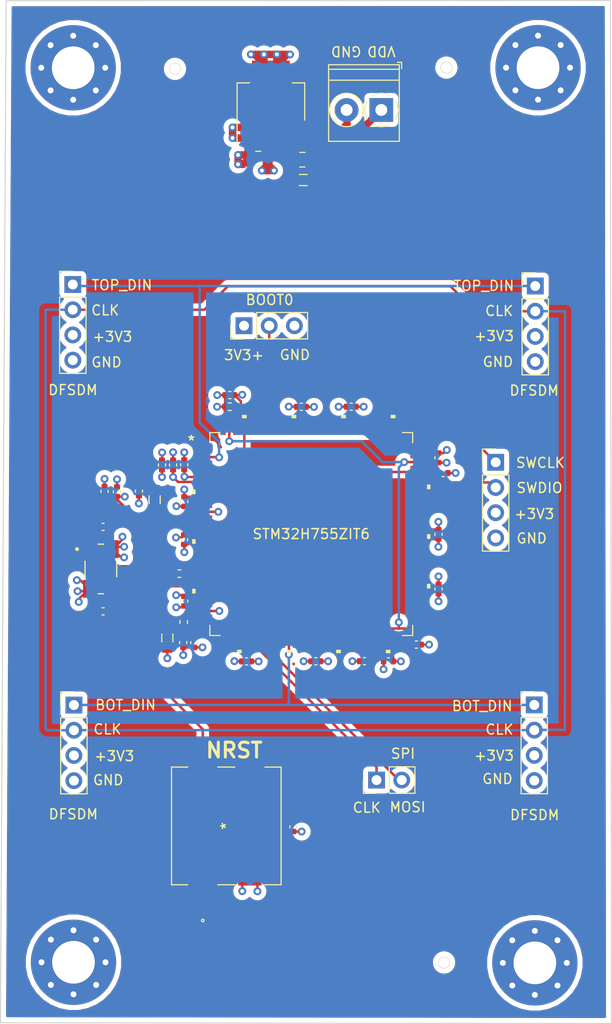
<source format=kicad_pcb>
(kicad_pcb (version 20171130) (host pcbnew "(5.1.10)-1")
  (layers (0 TOP signal) (1 3.3+ power) (2 GND power) (31 BOT signal) (34 B.Paste user) (35 F.Paste user) (36 B.SilkS user) (37 F.SilkS user) (38 B.Mask user) (39 F.Mask user) (44 Edge.Cuts user))
  (net 0 "")
  (net 1 GND)
  (net 2 +3V3)
  (net 3 HSE_IN)
  (net 4 "Net-(C3-Pad1)")
  (net 5 VDDA)
  (net 6 "Net-(C17-Pad1)")
  (net 7 "Net-(C20-Pad1)")
  (net 8 "Net-(C21-Pad2)")
  (net 9 "Net-(C23-Pad1)")
  (net 10 "Net-(C24-Pad1)")
  (net 11 "Net-(C27-Pad1)")
  (net 12 VCC)
  (net 13 SPI_MOSI)
  (net 14 SPI_CLK)
  (net 15 SWCLK)
  (net 16 SWDIO)
  (net 17 "Net-(L1-Pad1)")
  (net 18 HSE_OUT)
  (net 19 "Net-(R2-Pad1)")
  (net 20 BOOT0)
  (net 21 NRST)
  (net 22 DFSDM_BOT_DIN)
  (net 23 DFSDM_TOP_DIN)
  (net 24 "Net-(R3-Pad1)")
  (net 25 DFSDM_CLK)
  (module Resistor_SMD:R_0402_1005Metric (layer TOP) (at 150.64 96.72 180)
    (fp_text reference R1)
    (fp_text value 0)
    (pad 2 smd roundrect (at 0.51 0 180) (size 0.54 0.64) (layers TOP F.Paste F.Mask) (net 4 "Net-(C3-Pad1)"))
    (pad 1 smd roundrect (at -0.51 0 180) (size 0.54 0.64) (layers TOP F.Paste F.Mask) (net 18 HSE_OUT))
  )
  (module push_sw:K12SCS1.55NOLFTX (layer TOP) (at 155.375002 122.14 90)
    (fp_text reference SW2)
    (fp_text value K12SCS1.55NOLFTX)
    (fp_text user * (at 0 0 90) (layer F.SilkS))
    (pad 4 smd rect (at 4.95 -2.375002 90) (size 2.1082 2.3622) (layers TOP F.Paste F.Mask) (net 21 NRST))
    (pad 3 smd rect (at 4.95 2.375002 90) (size 2.1082 2.3622) (layers TOP F.Paste F.Mask) (net 6 "Net-(C17-Pad1)"))
    (pad 2 smd rect (at -4.95 2.375002 90) (size 2.1082 2.3622) (layers TOP F.Paste F.Mask) (net 1 GND))
    (pad 1 smd rect (at -4.95 -2.375002 90) (size 2.1082 2.3622) (layers TOP F.Paste F.Mask) (net 21 NRST))
  )
  (module crystal:OSC_ABM3B-8.000MHZ-B2-T (layer TOP) (at 142.728 96.25)
    (fp_text reference Y1)
    (fp_text value Crystal_GND24_Small)
    (pad 4 smd rect (at 1.2 -2) (size 1.2 1.8) (layers TOP F.Paste F.Mask) (net 1 GND))
    (pad 3 smd rect (at 1.2 2) (size 1.2 1.8) (layers TOP F.Paste F.Mask) (net 4 "Net-(C3-Pad1)"))
    (pad 2 smd rect (at -1.2 2) (size 1.2 1.8) (layers TOP F.Paste F.Mask) (net 1 GND))
    (pad 1 smd rect (at -1.2 -2) (size 1.2 1.8) (layers TOP F.Paste F.Mask) (net 3 HSE_IN))
  )
  (module Capacitor_SMD:C_0402_1005Metric (layer TOP) (at 144.35 88.47 90)
    (fp_text reference C28)
    (fp_text value 4.7uF)
    (pad 2 smd roundrect (at 0.48 0 90) (size 0.56 0.62) (layers TOP F.Paste F.Mask) (net 1 GND))
    (pad 1 smd roundrect (at -0.48 0 90) (size 0.56 0.62) (layers TOP F.Paste F.Mask) (net 2 +3V3))
  )
  (module Package_TO_SOT_SMD:SOT-223-3_TabPin2 (layer TOP) (at 159.87 49.18 90)
    (fp_text reference U2)
    (fp_text value AMS1117-3.3)
    (pad 1 smd rect (at -3.15 -2.3 90) (size 2 1.5) (layers TOP F.Paste F.Mask) (net 1 GND))
    (pad 3 smd rect (at -3.15 2.3 90) (size 2 1.5) (layers TOP F.Paste F.Mask) (net 8 "Net-(C21-Pad2)"))
    (pad 2 smd rect (at -3.15 0 90) (size 2 1.5) (layers TOP F.Paste F.Mask) (net 2 +3V3))
    (pad 2 smd rect (at 3.15 0 90) (size 2 3.8) (layers TOP F.Paste F.Mask) (net 2 +3V3))
  )
  (module stm32h7:STM32H755ZIT6 (layer TOP) (at 163.94 92.73)
    (fp_text reference U1)
    (fp_text value STM32H755ZIT6 (at 0 0) (layer F.SilkS))
    (fp_text user * (at -12.0904 -9.381) (layer F.SilkS))
    (fp_text user * (at -12.0904 -9.381) (layer F.SilkS))
    (pad 144 smd rect (at -8.75 -10.7188) (size 0.2286 1.4732) (layers TOP F.Paste F.Mask) (net 2 +3V3))
    (pad 143 smd rect (at -8.250001 -10.7188) (size 0.2286 1.4732) (layers TOP F.Paste F.Mask) (net 7 "Net-(C20-Pad1)"))
    (pad 142 smd rect (at -7.75 -10.7188) (size 0.2286 1.4732) (layers TOP F.Paste F.Mask) (net 19 "Net-(R2-Pad1)"))
    (pad 141 smd rect (at -7.250001 -10.7188) (size 0.2286 1.4732) (layers TOP F.Paste F.Mask) (net 1 GND))
    (pad 140 smd rect (at -6.749999 -10.7188) (size 0.2286 1.4732) (layers TOP F.Paste F.Mask) (net 9 "Net-(C23-Pad1)"))
    (pad 139 smd rect (at -6.25 -10.7188) (size 0.2286 1.4732) (layers TOP F.Paste F.Mask))
    (pad 138 smd rect (at -5.750001 -10.7188) (size 0.2286 1.4732) (layers TOP F.Paste F.Mask))
    (pad 137 smd rect (at -5.25 -10.7188) (size 0.2286 1.4732) (layers TOP F.Paste F.Mask))
    (pad 136 smd rect (at -4.750001 -10.7188) (size 0.2286 1.4732) (layers TOP F.Paste F.Mask))
    (pad 135 smd rect (at -4.249999 -10.7188) (size 0.2286 1.4732) (layers TOP F.Paste F.Mask) (net 20 BOOT0))
    (pad 134 smd rect (at -3.75 -10.7188) (size 0.2286 1.4732) (layers TOP F.Paste F.Mask))
    (pad 133 smd rect (at -3.250001 -10.7188) (size 0.2286 1.4732) (layers TOP F.Paste F.Mask))
    (pad 132 smd rect (at -2.75 -10.7188) (size 0.2286 1.4732) (layers TOP F.Paste F.Mask))
    (pad 131 smd rect (at -2.250001 -10.7188) (size 0.2286 1.4732) (layers TOP F.Paste F.Mask))
    (pad 130 smd rect (at -1.749999 -10.7188) (size 0.2286 1.4732) (layers TOP F.Paste F.Mask))
    (pad 129 smd rect (at -1.25 -10.7188) (size 0.2286 1.4732) (layers TOP F.Paste F.Mask) (net 2 +3V3))
    (pad 128 smd rect (at -0.750001 -10.7188) (size 0.2286 1.4732) (layers TOP F.Paste F.Mask) (net 1 GND))
    (pad 127 smd rect (at -0.25 -10.7188) (size 0.2286 1.4732) (layers TOP F.Paste F.Mask))
    (pad 126 smd rect (at 0.25 -10.7188) (size 0.2286 1.4732) (layers TOP F.Paste F.Mask))
    (pad 125 smd rect (at 0.750001 -10.7188) (size 0.2286 1.4732) (layers TOP F.Paste F.Mask))
    (pad 124 smd rect (at 1.25 -10.7188) (size 0.2286 1.4732) (layers TOP F.Paste F.Mask))
    (pad 123 smd rect (at 1.749999 -10.7188) (size 0.2286 1.4732) (layers TOP F.Paste F.Mask))
    (pad 122 smd rect (at 2.250001 -10.7188) (size 0.2286 1.4732) (layers TOP F.Paste F.Mask))
    (pad 121 smd rect (at 2.75 -10.7188) (size 0.2286 1.4732) (layers TOP F.Paste F.Mask))
    (pad 120 smd rect (at 3.250001 -10.7188) (size 0.2286 1.4732) (layers TOP F.Paste F.Mask))
    (pad 119 smd rect (at 3.75 -10.7188) (size 0.2286 1.4732) (layers TOP F.Paste F.Mask) (net 2 +3V3))
    (pad 118 smd rect (at 4.249999 -10.7188) (size 0.2286 1.4732) (layers TOP F.Paste F.Mask) (net 1 GND))
    (pad 117 smd rect (at 4.750001 -10.7188) (size 0.2286 1.4732) (layers TOP F.Paste F.Mask))
    (pad 116 smd rect (at 5.25 -10.7188) (size 0.2286 1.4732) (layers TOP F.Paste F.Mask))
    (pad 115 smd rect (at 5.750001 -10.7188) (size 0.2286 1.4732) (layers TOP F.Paste F.Mask) (net 25 DFSDM_CLK))
    (pad 114 smd rect (at 6.25 -10.7188) (size 0.2286 1.4732) (layers TOP F.Paste F.Mask))
    (pad 113 smd rect (at 6.749999 -10.7188) (size 0.2286 1.4732) (layers TOP F.Paste F.Mask))
    (pad 112 smd rect (at 7.250001 -10.7188) (size 0.2286 1.4732) (layers TOP F.Paste F.Mask))
    (pad 111 smd rect (at 7.75 -10.7188) (size 0.2286 1.4732) (layers TOP F.Paste F.Mask))
    (pad 110 smd rect (at 8.250001 -10.7188) (size 0.2286 1.4732) (layers TOP F.Paste F.Mask))
    (pad 109 smd rect (at 8.75 -10.7188) (size 0.2286 1.4732) (layers TOP F.Paste F.Mask))
    (pad 108 smd rect (at 10.7188 -8.75 90) (size 0.2286 1.4732) (layers TOP F.Paste F.Mask))
    (pad 107 smd rect (at 10.7188 -8.250001 90) (size 0.2286 1.4732) (layers TOP F.Paste F.Mask) (net 15 SWCLK))
    (pad 106 smd rect (at 10.7188 -7.75 90) (size 0.2286 1.4732) (layers TOP F.Paste F.Mask) (net 2 +3V3))
    (pad 105 smd rect (at 10.7188 -7.250001 90) (size 0.2286 1.4732) (layers TOP F.Paste F.Mask) (net 7 "Net-(C20-Pad1)"))
    (pad 104 smd rect (at 10.7188 -6.749999 90) (size 0.2286 1.4732) (layers TOP F.Paste F.Mask) (net 1 GND))
    (pad 103 smd rect (at 10.7188 -6.25 90) (size 0.2286 1.4732) (layers TOP F.Paste F.Mask) (net 9 "Net-(C23-Pad1)"))
    (pad 102 smd rect (at 10.7188 -5.750001 90) (size 0.2286 1.4732) (layers TOP F.Paste F.Mask) (net 16 SWDIO))
    (pad 101 smd rect (at 10.7188 -5.25 90) (size 0.2286 1.4732) (layers TOP F.Paste F.Mask))
    (pad 100 smd rect (at 10.7188 -4.750001 90) (size 0.2286 1.4732) (layers TOP F.Paste F.Mask))
    (pad 99 smd rect (at 10.7188 -4.249999 90) (size 0.2286 1.4732) (layers TOP F.Paste F.Mask))
    (pad 98 smd rect (at 10.7188 -3.75 90) (size 0.2286 1.4732) (layers TOP F.Paste F.Mask))
    (pad 97 smd rect (at 10.7188 -3.250001 90) (size 0.2286 1.4732) (layers TOP F.Paste F.Mask))
    (pad 96 smd rect (at 10.7188 -2.75 90) (size 0.2286 1.4732) (layers TOP F.Paste F.Mask))
    (pad 95 smd rect (at 10.7188 -2.250001 90) (size 0.2286 1.4732) (layers TOP F.Paste F.Mask))
    (pad 94 smd rect (at 10.7188 -1.749999 90) (size 0.2286 1.4732) (layers TOP F.Paste F.Mask))
    (pad 93 smd rect (at 10.7188 -1.25 90) (size 0.2286 1.4732) (layers TOP F.Paste F.Mask))
    (pad 92 smd rect (at 10.7188 -0.750001 90) (size 0.2286 1.4732) (layers TOP F.Paste F.Mask) (net 2 +3V3))
    (pad 91 smd rect (at 10.7188 -0.25 90) (size 0.2286 1.4732) (layers TOP F.Paste F.Mask))
    (pad 90 smd rect (at 10.7188 0.25 90) (size 0.2286 1.4732) (layers TOP F.Paste F.Mask))
    (pad 89 smd rect (at 10.7188 0.750001 90) (size 0.2286 1.4732) (layers TOP F.Paste F.Mask) (net 1 GND))
    (pad 88 smd rect (at 10.7188 1.25 90) (size 0.2286 1.4732) (layers TOP F.Paste F.Mask))
    (pad 87 smd rect (at 10.7188 1.749999 90) (size 0.2286 1.4732) (layers TOP F.Paste F.Mask))
    (pad 86 smd rect (at 10.7188 2.250001 90) (size 0.2286 1.4732) (layers TOP F.Paste F.Mask))
    (pad 85 smd rect (at 10.7188 2.75 90) (size 0.2286 1.4732) (layers TOP F.Paste F.Mask))
    (pad 84 smd rect (at 10.7188 3.250001 90) (size 0.2286 1.4732) (layers TOP F.Paste F.Mask))
    (pad 83 smd rect (at 10.7188 3.75 90) (size 0.2286 1.4732) (layers TOP F.Paste F.Mask))
    (pad 82 smd rect (at 10.7188 4.249999 90) (size 0.2286 1.4732) (layers TOP F.Paste F.Mask))
    (pad 81 smd rect (at 10.7188 4.750001 90) (size 0.2286 1.4732) (layers TOP F.Paste F.Mask))
    (pad 80 smd rect (at 10.7188 5.25 90) (size 0.2286 1.4732) (layers TOP F.Paste F.Mask) (net 1 GND))
    (pad 79 smd rect (at 10.7188 5.750001 90) (size 0.2286 1.4732) (layers TOP F.Paste F.Mask) (net 2 +3V3))
    (pad 78 smd rect (at 10.7188 6.25 90) (size 0.2286 1.4732) (layers TOP F.Paste F.Mask))
    (pad 77 smd rect (at 10.7188 6.749999 90) (size 0.2286 1.4732) (layers TOP F.Paste F.Mask))
    (pad 76 smd rect (at 10.7188 7.250001 90) (size 0.2286 1.4732) (layers TOP F.Paste F.Mask))
    (pad 75 smd rect (at 10.7188 7.75 90) (size 0.2286 1.4732) (layers TOP F.Paste F.Mask))
    (pad 74 smd rect (at 10.7188 8.250001 90) (size 0.2286 1.4732) (layers TOP F.Paste F.Mask))
    (pad 73 smd rect (at 10.7188 8.75 90) (size 0.2286 1.4732) (layers TOP F.Paste F.Mask))
    (pad 72 smd rect (at 8.75 10.7188) (size 0.2286 1.4732) (layers TOP F.Paste F.Mask))
    (pad 71 smd rect (at 8.250001 10.7188) (size 0.2286 1.4732) (layers TOP F.Paste F.Mask) (net 2 +3V3))
    (pad 70 smd rect (at 7.75 10.7188) (size 0.2286 1.4732) (layers TOP F.Paste F.Mask) (net 7 "Net-(C20-Pad1)"))
    (pad 69 smd rect (at 7.250001 10.7188) (size 0.2286 1.4732) (layers TOP F.Paste F.Mask) (net 1 GND))
    (pad 68 smd rect (at 6.749999 10.7188) (size 0.2286 1.4732) (layers TOP F.Paste F.Mask) (net 9 "Net-(C23-Pad1)"))
    (pad 67 smd rect (at 6.25 10.7188) (size 0.2286 1.4732) (layers TOP F.Paste F.Mask))
    (pad 66 smd rect (at 5.750001 10.7188) (size 0.2286 1.4732) (layers TOP F.Paste F.Mask))
    (pad 65 smd rect (at 5.25 10.7188) (size 0.2286 1.4732) (layers TOP F.Paste F.Mask))
    (pad 64 smd rect (at 4.750001 10.7188) (size 0.2286 1.4732) (layers TOP F.Paste F.Mask))
    (pad 63 smd rect (at 4.249999 10.7188) (size 0.2286 1.4732) (layers TOP F.Paste F.Mask))
    (pad 62 smd rect (at 3.75 10.7188) (size 0.2286 1.4732) (layers TOP F.Paste F.Mask))
    (pad 61 smd rect (at 3.250001 10.7188) (size 0.2286 1.4732) (layers TOP F.Paste F.Mask))
    (pad 60 smd rect (at 2.75 10.7188) (size 0.2286 1.4732) (layers TOP F.Paste F.Mask))
    (pad 59 smd rect (at 2.250001 10.7188) (size 0.2286 1.4732) (layers TOP F.Paste F.Mask))
    (pad 58 smd rect (at 1.749999 10.7188) (size 0.2286 1.4732) (layers TOP F.Paste F.Mask))
    (pad 57 smd rect (at 1.25 10.7188) (size 0.2286 1.4732) (layers TOP F.Paste F.Mask))
    (pad 56 smd rect (at 0.750001 10.7188) (size 0.2286 1.4732) (layers TOP F.Paste F.Mask) (net 2 +3V3))
    (pad 55 smd rect (at 0.25 10.7188) (size 0.2286 1.4732) (layers TOP F.Paste F.Mask) (net 1 GND))
    (pad 54 smd rect (at -0.25 10.7188) (size 0.2286 1.4732) (layers TOP F.Paste F.Mask))
    (pad 53 smd rect (at -0.750001 10.7188) (size 0.2286 1.4732) (layers TOP F.Paste F.Mask))
    (pad 52 smd rect (at -1.25 10.7188) (size 0.2286 1.4732) (layers TOP F.Paste F.Mask))
    (pad 51 smd rect (at -1.749999 10.7188) (size 0.2286 1.4732) (layers TOP F.Paste F.Mask))
    (pad 50 smd rect (at -2.250001 10.7188) (size 0.2286 1.4732) (layers TOP F.Paste F.Mask) (net 22 DFSDM_BOT_DIN))
    (pad 49 smd rect (at -2.75 10.7188) (size 0.2286 1.4732) (layers TOP F.Paste F.Mask))
    (pad 48 smd rect (at -3.250001 10.7188) (size 0.2286 1.4732) (layers TOP F.Paste F.Mask))
    (pad 47 smd rect (at -3.75 10.7188) (size 0.2286 1.4732) (layers TOP F.Paste F.Mask))
    (pad 46 smd rect (at -4.249999 10.7188) (size 0.2286 1.4732) (layers TOP F.Paste F.Mask) (net 13 SPI_MOSI))
    (pad 45 smd rect (at -4.750001 10.7188) (size 0.2286 1.4732) (layers TOP F.Paste F.Mask))
    (pad 44 smd rect (at -5.25 10.7188) (size 0.2286 1.4732) (layers TOP F.Paste F.Mask) (net 14 SPI_CLK))
    (pad 43 smd rect (at -5.750001 10.7188) (size 0.2286 1.4732) (layers TOP F.Paste F.Mask))
    (pad 42 smd rect (at -6.25 10.7188) (size 0.2286 1.4732) (layers TOP F.Paste F.Mask) (net 2 +3V3))
    (pad 41 smd rect (at -6.749999 10.7188) (size 0.2286 1.4732) (layers TOP F.Paste F.Mask) (net 1 GND))
    (pad 40 smd rect (at -7.250001 10.7188) (size 0.2286 1.4732) (layers TOP F.Paste F.Mask))
    (pad 39 smd rect (at -7.75 10.7188) (size 0.2286 1.4732) (layers TOP F.Paste F.Mask))
    (pad 38 smd rect (at -8.250001 10.7188) (size 0.2286 1.4732) (layers TOP F.Paste F.Mask))
    (pad 37 smd rect (at -8.75 10.7188) (size 0.2286 1.4732) (layers TOP F.Paste F.Mask))
    (pad 36 smd rect (at -10.7188 8.75 90) (size 0.2286 1.4732) (layers TOP F.Paste F.Mask) (net 5 VDDA))
    (pad 35 smd rect (at -10.7188 8.249999 90) (size 0.2286 1.4732) (layers TOP F.Paste F.Mask) (net 24 "Net-(R3-Pad1)"))
    (pad 34 smd rect (at -10.7188 7.75 90) (size 0.2286 1.4732) (layers TOP F.Paste F.Mask) (net 1 GND))
    (pad 33 smd rect (at -10.7188 7.250001 90) (size 0.2286 1.4732) (layers TOP F.Paste F.Mask) (net 1 GND))
    (pad 32 smd rect (at -10.7188 6.749999 90) (size 0.2286 1.4732) (layers TOP F.Paste F.Mask) (net 2 +3V3))
    (pad 31 smd rect (at -10.7188 6.25 90) (size 0.2286 1.4732) (layers TOP F.Paste F.Mask))
    (pad 30 smd rect (at -10.7188 5.749999 90) (size 0.2286 1.4732) (layers TOP F.Paste F.Mask))
    (pad 29 smd rect (at -10.7188 5.25 90) (size 0.2286 1.4732) (layers TOP F.Paste F.Mask))
    (pad 28 smd rect (at -10.7188 4.750001 90) (size 0.2286 1.4732) (layers TOP F.Paste F.Mask))
    (pad 27 smd rect (at -10.7188 4.249999 90) (size 0.2286 1.4732) (layers TOP F.Paste F.Mask) (net 21 NRST))
    (pad 26 smd rect (at -10.7188 3.75 90) (size 0.2286 1.4732) (layers TOP F.Paste F.Mask) (net 18 HSE_OUT))
    (pad 25 smd rect (at -10.7188 3.249999 90) (size 0.2286 1.4732) (layers TOP F.Paste F.Mask) (net 3 HSE_IN))
    (pad 24 smd rect (at -10.7188 2.75 90) (size 0.2286 1.4732) (layers TOP F.Paste F.Mask))
    (pad 23 smd rect (at -10.7188 2.250001 90) (size 0.2286 1.4732) (layers TOP F.Paste F.Mask))
    (pad 22 smd rect (at -10.7188 1.749999 90) (size 0.2286 1.4732) (layers TOP F.Paste F.Mask))
    (pad 21 smd rect (at -10.7188 1.25 90) (size 0.2286 1.4732) (layers TOP F.Paste F.Mask))
    (pad 20 smd rect (at -10.7188 0.749998 90) (size 0.2286 1.4732) (layers TOP F.Paste F.Mask))
    (pad 19 smd rect (at -10.7188 0.25 90) (size 0.2286 1.4732) (layers TOP F.Paste F.Mask) (net 2 +3V3))
    (pad 18 smd rect (at -10.7188 -0.25 90) (size 0.2286 1.4732) (layers TOP F.Paste F.Mask) (net 1 GND))
    (pad 17 smd rect (at -10.7188 -0.750001 90) (size 0.2286 1.4732) (layers TOP F.Paste F.Mask) (net 10 "Net-(C24-Pad1)"))
    (pad 16 smd rect (at -10.7188 -1.25 90) (size 0.2286 1.4732) (layers TOP F.Paste F.Mask) (net 2 +3V3))
    (pad 15 smd rect (at -10.7188 -1.749999 90) (size 0.2286 1.4732) (layers TOP F.Paste F.Mask) (net 17 "Net-(L1-Pad1)"))
    (pad 14 smd rect (at -10.7188 -2.250001 90) (size 0.2286 1.4732) (layers TOP F.Paste F.Mask) (net 1 GND))
    (pad 13 smd rect (at -10.7188 -2.75 90) (size 0.2286 1.4732) (layers TOP F.Paste F.Mask) (net 2 +3V3))
    (pad 12 smd rect (at -10.7188 -3.250001 90) (size 0.2286 1.4732) (layers TOP F.Paste F.Mask) (net 1 GND))
    (pad 11 smd rect (at -10.7188 -3.75 90) (size 0.2286 1.4732) (layers TOP F.Paste F.Mask))
    (pad 10 smd rect (at -10.7188 -4.249999 90) (size 0.2286 1.4732) (layers TOP F.Paste F.Mask))
    (pad 9 smd rect (at -10.7188 -4.750001 90) (size 0.2286 1.4732) (layers TOP F.Paste F.Mask))
    (pad 8 smd rect (at -10.7188 -5.25 90) (size 0.2286 1.4732) (layers TOP F.Paste F.Mask) (net 2 +3V3))
    (pad 7 smd rect (at -10.7188 -5.750001 90) (size 0.2286 1.4732) (layers TOP F.Paste F.Mask) (net 2 +3V3))
    (pad 6 smd rect (at -10.7188 -6.25 90) (size 0.2286 1.4732) (layers TOP F.Paste F.Mask) (net 1 GND))
    (pad 5 smd rect (at -10.7188 -6.749999 90) (size 0.2286 1.4732) (layers TOP F.Paste F.Mask))
    (pad 4 smd rect (at -10.7188 -7.250001 90) (size 0.2286 1.4732) (layers TOP F.Paste F.Mask))
    (pad 3 smd rect (at -10.7188 -7.75 90) (size 0.2286 1.4732) (layers TOP F.Paste F.Mask) (net 23 DFSDM_TOP_DIN))
    (pad 2 smd rect (at -10.7188 -8.250001 90) (size 0.2286 1.4732) (layers TOP F.Paste F.Mask))
    (pad 1 smd rect (at -10.7188 -8.75 90) (size 0.2286 1.4732) (layers TOP F.Paste F.Mask))
  )
  (module Resistor_SMD:R_0402_1005Metric (layer TOP) (at 151.08 101.6 270)
    (fp_text reference R3)
    (fp_text value 47)
    (pad 2 smd roundrect (at 0.51 0 270) (size 0.54 0.64) (layers TOP F.Paste F.Mask) (net 5 VDDA))
    (pad 1 smd roundrect (at -0.51 0 270) (size 0.54 0.64) (layers TOP F.Paste F.Mask) (net 24 "Net-(R3-Pad1)"))
  )
  (module Resistor_SMD:R_0402_1005Metric (layer TOP) (at 155.73 79.9 180)
    (fp_text reference R2)
    (fp_text value 10k)
    (pad 2 smd roundrect (at 0.51 0 180) (size 0.54 0.64) (layers TOP F.Paste F.Mask) (net 2 +3V3))
    (pad 1 smd roundrect (at -0.51 0 180) (size 0.54 0.64) (layers TOP F.Paste F.Mask) (net 19 "Net-(R2-Pad1)"))
  )
  (module Inductor_SMD:L_0805_2012Metric (layer TOP) (at 148.15 89.2775 90)
    (fp_text reference L1)
    (fp_text value 2.2uH)
    (pad 2 smd roundrect (at 1.0625 0 90) (size 0.875 1.2) (layers TOP F.Paste F.Mask) (net 11 "Net-(C27-Pad1)"))
    (pad 1 smd roundrect (at -1.0625 0 90) (size 0.875 1.2) (layers TOP F.Paste F.Mask) (net 17 "Net-(L1-Pad1)"))
  )
  (module Connector_PinHeader_2.54mm:PinHeader_1x04_P2.54mm_Vertical (layer TOP) (at 182.53 85.5)
    (fp_text reference J7)
    (fp_text value Conn_01x04_Male)
    (pad 4 thru_hole oval (at 0 7.62) (size 1.7 1.7) (drill 1) (layers *.Cu *.Mask) (net 1 GND))
    (pad 3 thru_hole oval (at 0 5.08) (size 1.7 1.7) (drill 1) (layers *.Cu *.Mask) (net 2 +3V3))
    (pad 2 thru_hole oval (at 0 2.54) (size 1.7 1.7) (drill 1) (layers *.Cu *.Mask) (net 16 SWDIO))
    (pad 1 thru_hole rect (at 0 0) (size 1.7 1.7) (drill 1) (layers *.Cu *.Mask) (net 15 SWCLK))
  )
  (module Connector_PinHeader_2.54mm:PinHeader_1x04_P2.54mm_Vertical (layer TOP) (at 186.52 67.74)
    (fp_text reference J6)
    (fp_text value Conn_01x04_Male)
    (pad 4 thru_hole oval (at 0 7.62) (size 1.7 1.7) (drill 1) (layers *.Cu *.Mask) (net 1 GND))
    (pad 3 thru_hole oval (at 0 5.08) (size 1.7 1.7) (drill 1) (layers *.Cu *.Mask) (net 2 +3V3))
    (pad 2 thru_hole oval (at 0 2.54) (size 1.7 1.7) (drill 1) (layers *.Cu *.Mask) (net 25 DFSDM_CLK))
    (pad 1 thru_hole rect (at 0 0) (size 1.7 1.7) (drill 1) (layers *.Cu *.Mask) (net 23 DFSDM_TOP_DIN))
  )
  (module Connector_PinHeader_2.54mm:PinHeader_1x04_P2.54mm_Vertical (layer TOP) (at 140.01 109.96)
    (fp_text reference J5)
    (fp_text value Conn_01x04_Male)
    (pad 4 thru_hole oval (at 0 7.62) (size 1.7 1.7) (drill 1) (layers *.Cu *.Mask) (net 1 GND))
    (pad 3 thru_hole oval (at 0 5.08) (size 1.7 1.7) (drill 1) (layers *.Cu *.Mask) (net 2 +3V3))
    (pad 2 thru_hole oval (at 0 2.54) (size 1.7 1.7) (drill 1) (layers *.Cu *.Mask) (net 25 DFSDM_CLK))
    (pad 1 thru_hole rect (at 0 0) (size 1.7 1.7) (drill 1) (layers *.Cu *.Mask) (net 22 DFSDM_BOT_DIN))
  )
  (module TerminalBlock_Phoenix:TerminalBlock_Phoenix_PT-1,5-2-3.5-H_1x02_P3.50mm_Horizontal (layer TOP) (at 171 50 180)
    (fp_text reference J4)
    (fp_text value Screw_Terminal_01x02)
    (pad 2 thru_hole circle (at 3.5 0 180) (size 2.4 2.4) (drill 1.2) (layers *.Cu *.Mask) (net 1 GND))
    (pad 1 thru_hole rect (at 0 0 180) (size 2.4 2.4) (drill 1.2) (layers *.Cu *.Mask) (net 12 VCC))
  )
  (module Connector_PinHeader_2.54mm:PinHeader_1x02_P2.54mm_Vertical (layer TOP) (at 170.52 117.52 90)
    (fp_text reference J3)
    (fp_text value Conn_01x02_Male)
    (pad 2 thru_hole oval (at 0 2.54 90) (size 1.7 1.7) (drill 1) (layers *.Cu *.Mask) (net 13 SPI_MOSI))
    (pad 1 thru_hole rect (at 0 0 90) (size 1.7 1.7) (drill 1) (layers *.Cu *.Mask) (net 14 SPI_CLK))
  )
  (module Connector_PinHeader_2.54mm:PinHeader_1x04_P2.54mm_Vertical (layer TOP) (at 139.9 67.59)
    (fp_text reference J2)
    (fp_text value Conn_01x04_Male)
    (pad 4 thru_hole oval (at 0 7.62) (size 1.7 1.7) (drill 1) (layers *.Cu *.Mask) (net 1 GND))
    (pad 3 thru_hole oval (at 0 5.08) (size 1.7 1.7) (drill 1) (layers *.Cu *.Mask) (net 2 +3V3))
    (pad 2 thru_hole oval (at 0 2.54) (size 1.7 1.7) (drill 1) (layers *.Cu *.Mask) (net 25 DFSDM_CLK))
    (pad 1 thru_hole rect (at 0 0) (size 1.7 1.7) (drill 1) (layers *.Cu *.Mask) (net 23 DFSDM_TOP_DIN))
  )
  (module Connector_PinHeader_2.54mm:PinHeader_1x04_P2.54mm_Vertical (layer TOP) (at 186.42 109.95)
    (fp_text reference J1)
    (fp_text value Conn_01x04_Male)
    (pad 4 thru_hole oval (at 0 7.62) (size 1.7 1.7) (drill 1) (layers *.Cu *.Mask) (net 1 GND))
    (pad 3 thru_hole oval (at 0 5.08) (size 1.7 1.7) (drill 1) (layers *.Cu *.Mask) (net 2 +3V3))
    (pad 2 thru_hole oval (at 0 2.54) (size 1.7 1.7) (drill 1) (layers *.Cu *.Mask) (net 25 DFSDM_CLK))
    (pad 1 thru_hole rect (at 0 0) (size 1.7 1.7) (drill 1) (layers *.Cu *.Mask) (net 22 DFSDM_BOT_DIN))
  )
  (module MountingHole:MountingHole_4.3mm_M4_Pad_Via (layer TOP) (at 139.94 45.75)
    (fp_text reference H4)
    (fp_text value MountingHole)
    (pad 1 thru_hole circle (at 2.280419 -2.280419) (size 0.9 0.9) (drill 0.6) (layers *.Cu *.Mask))
    (pad 1 thru_hole circle (at 0 -3.225) (size 0.9 0.9) (drill 0.6) (layers *.Cu *.Mask))
    (pad 1 thru_hole circle (at -2.280419 -2.280419) (size 0.9 0.9) (drill 0.6) (layers *.Cu *.Mask))
    (pad 1 thru_hole circle (at -3.225 0) (size 0.9 0.9) (drill 0.6) (layers *.Cu *.Mask))
    (pad 1 thru_hole circle (at -2.280419 2.280419) (size 0.9 0.9) (drill 0.6) (layers *.Cu *.Mask))
    (pad 1 thru_hole circle (at 0 3.225) (size 0.9 0.9) (drill 0.6) (layers *.Cu *.Mask))
    (pad 1 thru_hole circle (at 2.280419 2.280419) (size 0.9 0.9) (drill 0.6) (layers *.Cu *.Mask))
    (pad 1 thru_hole circle (at 3.225 0) (size 0.9 0.9) (drill 0.6) (layers *.Cu *.Mask))
    (pad 1 thru_hole circle (at 0 0) (size 8.6 8.6) (drill 4.3) (layers *.Cu *.Mask))
  )
  (module MountingHole:MountingHole_4.3mm_M4_Pad_Via (layer TOP) (at 139.97 135.88)
    (fp_text reference H3)
    (fp_text value MountingHole)
    (pad 1 thru_hole circle (at 2.280419 -2.280419) (size 0.9 0.9) (drill 0.6) (layers *.Cu *.Mask))
    (pad 1 thru_hole circle (at 0 -3.225) (size 0.9 0.9) (drill 0.6) (layers *.Cu *.Mask))
    (pad 1 thru_hole circle (at -2.280419 -2.280419) (size 0.9 0.9) (drill 0.6) (layers *.Cu *.Mask))
    (pad 1 thru_hole circle (at -3.225 0) (size 0.9 0.9) (drill 0.6) (layers *.Cu *.Mask))
    (pad 1 thru_hole circle (at -2.280419 2.280419) (size 0.9 0.9) (drill 0.6) (layers *.Cu *.Mask))
    (pad 1 thru_hole circle (at 0 3.225) (size 0.9 0.9) (drill 0.6) (layers *.Cu *.Mask))
    (pad 1 thru_hole circle (at 2.280419 2.280419) (size 0.9 0.9) (drill 0.6) (layers *.Cu *.Mask))
    (pad 1 thru_hole circle (at 3.225 0) (size 0.9 0.9) (drill 0.6) (layers *.Cu *.Mask))
    (pad 1 thru_hole circle (at 0 0) (size 8.6 8.6) (drill 4.3) (layers *.Cu *.Mask))
  )
  (module MountingHole:MountingHole_4.3mm_M4_Pad_Via (layer TOP) (at 186.8 45.74)
    (fp_text reference H2)
    (fp_text value MountingHole)
    (pad 1 thru_hole circle (at 2.280419 -2.280419) (size 0.9 0.9) (drill 0.6) (layers *.Cu *.Mask))
    (pad 1 thru_hole circle (at 0 -3.225) (size 0.9 0.9) (drill 0.6) (layers *.Cu *.Mask))
    (pad 1 thru_hole circle (at -2.280419 -2.280419) (size 0.9 0.9) (drill 0.6) (layers *.Cu *.Mask))
    (pad 1 thru_hole circle (at -3.225 0) (size 0.9 0.9) (drill 0.6) (layers *.Cu *.Mask))
    (pad 1 thru_hole circle (at -2.280419 2.280419) (size 0.9 0.9) (drill 0.6) (layers *.Cu *.Mask))
    (pad 1 thru_hole circle (at 0 3.225) (size 0.9 0.9) (drill 0.6) (layers *.Cu *.Mask))
    (pad 1 thru_hole circle (at 2.280419 2.280419) (size 0.9 0.9) (drill 0.6) (layers *.Cu *.Mask))
    (pad 1 thru_hole circle (at 3.225 0) (size 0.9 0.9) (drill 0.6) (layers *.Cu *.Mask))
    (pad 1 thru_hole circle (at 0 0) (size 8.6 8.6) (drill 4.3) (layers *.Cu *.Mask))
  )
  (module MountingHole:MountingHole_4.3mm_M4_Pad_Via (layer TOP) (at 186.48 135.94)
    (fp_text reference H1)
    (fp_text value MountingHole)
    (pad 1 thru_hole circle (at 2.280419 -2.280419) (size 0.9 0.9) (drill 0.6) (layers *.Cu *.Mask))
    (pad 1 thru_hole circle (at 0 -3.225) (size 0.9 0.9) (drill 0.6) (layers *.Cu *.Mask))
    (pad 1 thru_hole circle (at -2.280419 -2.280419) (size 0.9 0.9) (drill 0.6) (layers *.Cu *.Mask))
    (pad 1 thru_hole circle (at -3.225 0) (size 0.9 0.9) (drill 0.6) (layers *.Cu *.Mask))
    (pad 1 thru_hole circle (at -2.280419 2.280419) (size 0.9 0.9) (drill 0.6) (layers *.Cu *.Mask))
    (pad 1 thru_hole circle (at 0 3.225) (size 0.9 0.9) (drill 0.6) (layers *.Cu *.Mask))
    (pad 1 thru_hole circle (at 2.280419 2.280419) (size 0.9 0.9) (drill 0.6) (layers *.Cu *.Mask))
    (pad 1 thru_hole circle (at 3.225 0) (size 0.9 0.9) (drill 0.6) (layers *.Cu *.Mask))
    (pad 1 thru_hole circle (at 0 0) (size 8.6 8.6) (drill 4.3) (layers *.Cu *.Mask))
  )
  (module Inductor_SMD:L_0805_2012Metric (layer TOP) (at 163.1375 57.06)
    (fp_text reference FB2)
    (fp_text value Ferrite_Bead_Small)
    (pad 2 smd roundrect (at 1.0625 0) (size 0.875 1.2) (layers TOP F.Paste F.Mask) (net 12 VCC))
    (pad 1 smd roundrect (at -1.0625 0) (size 0.875 1.2) (layers TOP F.Paste F.Mask) (net 8 "Net-(C21-Pad2)"))
  )
  (module Inductor_SMD:L_0805_2012Metric (layer TOP) (at 149.43 103.2 270)
    (fp_text reference FB1)
    (fp_text value Ferrite_Bead_Small)
    (pad 2 smd roundrect (at 1.0625 0 270) (size 0.875 1.2) (layers TOP F.Paste F.Mask) (net 2 +3V3))
    (pad 1 smd roundrect (at -1.0625 0 270) (size 0.875 1.2) (layers TOP F.Paste F.Mask) (net 5 VDDA))
  )
  (module Capacitor_SMD:C_0402_1005Metric (layer TOP) (at 146.57 88.4 270)
    (fp_text reference C27)
    (fp_text value 220pF)
    (pad 2 smd roundrect (at 0.48 0 270) (size 0.56 0.62) (layers TOP F.Paste F.Mask) (net 1 GND))
    (pad 1 smd roundrect (at -0.48 0 270) (size 0.56 0.62) (layers TOP F.Paste F.Mask) (net 11 "Net-(C27-Pad1)"))
  )
  (module Capacitor_SMD:C_0402_1005Metric (layer TOP) (at 177.23 86.58)
    (fp_text reference C26)
    (fp_text value 2.2uF)
    (pad 2 smd roundrect (at 0.48 0) (size 0.56 0.62) (layers TOP F.Paste F.Mask) (net 1 GND))
    (pad 1 smd roundrect (at -0.48 0) (size 0.56 0.62) (layers TOP F.Paste F.Mask) (net 9 "Net-(C23-Pad1)"))
  )
  (module Capacitor_SMD:C_0402_1005Metric (layer TOP) (at 150.01 85.77 90)
    (fp_text reference C25)
    (fp_text value 100nF)
    (pad 2 smd roundrect (at 0.48 0 90) (size 0.56 0.62) (layers TOP F.Paste F.Mask) (net 1 GND))
    (pad 1 smd roundrect (at -0.48 0 90) (size 0.56 0.62) (layers TOP F.Paste F.Mask) (net 2 +3V3))
  )
  (module Capacitor_SMD:C_0402_1005Metric (layer TOP) (at 143.1 88.43 90)
    (fp_text reference C24)
    (fp_text value 10uF)
    (pad 2 smd roundrect (at 0.48 0 90) (size 0.56 0.62) (layers TOP F.Paste F.Mask) (net 1 GND))
    (pad 1 smd roundrect (at -0.48 0 90) (size 0.56 0.62) (layers TOP F.Paste F.Mask) (net 10 "Net-(C24-Pad1)"))
  )
  (module Capacitor_SMD:C_0402_1005Metric (layer TOP) (at 169.3 105.54 180)
    (fp_text reference C23)
    (fp_text value 2.2uF)
    (pad 2 smd roundrect (at 0.48 0 180) (size 0.56 0.62) (layers TOP F.Paste F.Mask) (net 1 GND))
    (pad 1 smd roundrect (at -0.48 0 180) (size 0.56 0.62) (layers TOP F.Paste F.Mask) (net 9 "Net-(C23-Pad1)"))
  )
  (module Capacitor_SMD:C_0805_2012Metric (layer TOP) (at 158.6 54.9 180)
    (fp_text reference C22)
    (fp_text value 10uF)
    (pad 2 smd roundrect (at 0.95 0 180) (size 1 1.45) (layers TOP F.Paste F.Mask) (net 1 GND))
    (pad 1 smd roundrect (at -0.95 0 180) (size 1 1.45) (layers TOP F.Paste F.Mask) (net 2 +3V3))
  )
  (module Capacitor_SMD:C_0805_2012Metric (layer TOP) (at 163.04 55.01 180)
    (fp_text reference C21)
    (fp_text value 10uF)
    (pad 2 smd roundrect (at 0.95 0 180) (size 1 1.45) (layers TOP F.Paste F.Mask) (net 8 "Net-(C21-Pad2)"))
    (pad 1 smd roundrect (at -0.95 0 180) (size 1 1.45) (layers TOP F.Paste F.Mask) (net 1 GND))
  )
  (module Capacitor_SMD:C_0402_1005Metric (layer TOP) (at 174.54 103.87)
    (fp_text reference C20)
    (fp_text value 4.7uF)
    (pad 2 smd roundrect (at 0.48 0) (size 0.56 0.62) (layers TOP F.Paste F.Mask) (net 1 GND))
    (pad 1 smd roundrect (at -0.48 0) (size 0.56 0.62) (layers TOP F.Paste F.Mask) (net 7 "Net-(C20-Pad1)"))
  )
  (module Capacitor_SMD:C_0402_1005Metric (layer TOP) (at 148.89 85.77 90)
    (fp_text reference C19)
    (fp_text value 4.7uF)
    (pad 2 smd roundrect (at 0.48 0 90) (size 0.56 0.62) (layers TOP F.Paste F.Mask) (net 1 GND))
    (pad 1 smd roundrect (at -0.48 0 90) (size 0.56 0.62) (layers TOP F.Paste F.Mask) (net 2 +3V3))
  )
  (module Capacitor_SMD:C_0402_1005Metric (layer TOP) (at 155.73 78.73)
    (fp_text reference C18)
    (fp_text value 100nF)
    (pad 2 smd roundrect (at 0.48 0) (size 0.56 0.62) (layers TOP F.Paste F.Mask) (net 1 GND))
    (pad 1 smd roundrect (at -0.48 0) (size 0.56 0.62) (layers TOP F.Paste F.Mask) (net 2 +3V3))
  )
  (module Capacitor_SMD:C_0402_1005Metric (layer TOP) (at 162.14 122.23 270)
    (fp_text reference C17)
    (fp_text value 100nF)
    (pad 2 smd roundrect (at 0.48 0 270) (size 0.56 0.62) (layers TOP F.Paste F.Mask) (net 1 GND))
    (pad 1 smd roundrect (at -0.48 0 270) (size 0.56 0.62) (layers TOP F.Paste F.Mask) (net 6 "Net-(C17-Pad1)"))
  )
  (module Capacitor_SMD:C_0402_1005Metric (layer TOP) (at 162.94 79.91)
    (fp_text reference C16)
    (fp_text value 100nF)
    (pad 2 smd roundrect (at 0.48 0) (size 0.56 0.62) (layers TOP F.Paste F.Mask) (net 1 GND))
    (pad 1 smd roundrect (at -0.48 0) (size 0.56 0.62) (layers TOP F.Paste F.Mask) (net 2 +3V3))
  )
  (module Capacitor_SMD:C_0402_1005Metric (layer TOP) (at 167.96 79.9)
    (fp_text reference C15)
    (fp_text value 100nF)
    (pad 2 smd roundrect (at 0.48 0) (size 0.56 0.62) (layers TOP F.Paste F.Mask) (net 1 GND))
    (pad 1 smd roundrect (at -0.48 0) (size 0.56 0.62) (layers TOP F.Paste F.Mask) (net 2 +3V3))
  )
  (module Capacitor_SMD:C_0402_1005Metric (layer TOP) (at 176.77 85.05 270)
    (fp_text reference C14)
    (fp_text value 100nF)
    (pad 2 smd roundrect (at 0.48 0 270) (size 0.56 0.62) (layers TOP F.Paste F.Mask) (net 1 GND))
    (pad 1 smd roundrect (at -0.48 0 270) (size 0.56 0.62) (layers TOP F.Paste F.Mask) (net 2 +3V3))
  )
  (module Capacitor_SMD:C_0402_1005Metric (layer TOP) (at 176.77 92.76 270)
    (fp_text reference C13)
    (fp_text value 100nF)
    (pad 2 smd roundrect (at 0.48 0 270) (size 0.56 0.62) (layers TOP F.Paste F.Mask) (net 1 GND))
    (pad 1 smd roundrect (at -0.48 0 270) (size 0.56 0.62) (layers TOP F.Paste F.Mask) (net 2 +3V3))
  )
  (module Capacitor_SMD:C_0402_1005Metric (layer TOP) (at 176.77 98.27 90)
    (fp_text reference C12)
    (fp_text value 100nF)
    (pad 2 smd roundrect (at 0.48 0 90) (size 0.56 0.62) (layers TOP F.Paste F.Mask) (net 1 GND))
    (pad 1 smd roundrect (at -0.48 0 90) (size 0.56 0.62) (layers TOP F.Paste F.Mask) (net 2 +3V3))
  )
  (module Capacitor_SMD:C_0402_1005Metric (layer TOP) (at 171.71 105.56 180)
    (fp_text reference C11)
    (fp_text value 100nF)
    (pad 2 smd roundrect (at 0.48 0 180) (size 0.56 0.62) (layers TOP F.Paste F.Mask) (net 1 GND))
    (pad 1 smd roundrect (at -0.48 0 180) (size 0.56 0.62) (layers TOP F.Paste F.Mask) (net 2 +3V3))
  )
  (module Capacitor_SMD:C_0402_1005Metric (layer TOP) (at 151.03 103.67 270)
    (fp_text reference C10)
    (fp_text value 100nF)
    (pad 2 smd roundrect (at 0.48 0 270) (size 0.56 0.62) (layers TOP F.Paste F.Mask) (net 1 GND))
    (pad 1 smd roundrect (at -0.48 0 270) (size 0.56 0.62) (layers TOP F.Paste F.Mask) (net 5 VDDA))
  )
  (module Capacitor_SMD:C_0402_1005Metric (layer TOP) (at 164.4 105.55 180)
    (fp_text reference C9)
    (fp_text value 100nF)
    (pad 2 smd roundrect (at 0.48 0 180) (size 0.56 0.62) (layers TOP F.Paste F.Mask) (net 1 GND))
    (pad 1 smd roundrect (at -0.48 0 180) (size 0.56 0.62) (layers TOP F.Paste F.Mask) (net 2 +3V3))
  )
  (module Capacitor_SMD:C_0402_1005Metric (layer TOP) (at 152.15 103.67 270)
    (fp_text reference C8)
    (fp_text value 1uF)
    (pad 2 smd roundrect (at 0.48 0 270) (size 0.56 0.62) (layers TOP F.Paste F.Mask) (net 1 GND))
    (pad 1 smd roundrect (at -0.48 0 270) (size 0.56 0.62) (layers TOP F.Paste F.Mask) (net 5 VDDA))
  )
  (module Capacitor_SMD:C_0402_1005Metric (layer TOP) (at 157.41 105.56 180)
    (fp_text reference C7)
    (fp_text value 100nF)
    (pad 2 smd roundrect (at 0.48 0 180) (size 0.56 0.62) (layers TOP F.Paste F.Mask) (net 1 GND))
    (pad 1 smd roundrect (at -0.48 0 180) (size 0.56 0.62) (layers TOP F.Paste F.Mask) (net 2 +3V3))
  )
  (module Capacitor_SMD:C_0402_1005Metric (layer TOP) (at 151.13 99.49 270)
    (fp_text reference C6)
    (fp_text value 100nF)
    (pad 2 smd roundrect (at 0.48 0 270) (size 0.56 0.62) (layers TOP F.Paste F.Mask) (net 1 GND))
    (pad 1 smd roundrect (at -0.48 0 270) (size 0.56 0.62) (layers TOP F.Paste F.Mask) (net 2 +3V3))
  )
  (module Capacitor_SMD:C_0402_1005Metric (layer TOP) (at 151.11 93.3 90)
    (fp_text reference C5)
    (fp_text value 100nF)
    (pad 2 smd roundrect (at 0.48 0 90) (size 0.56 0.62) (layers TOP F.Paste F.Mask) (net 1 GND))
    (pad 1 smd roundrect (at -0.48 0 90) (size 0.56 0.62) (layers TOP F.Paste F.Mask) (net 2 +3V3))
  )
  (module Capacitor_SMD:C_0402_1005Metric (layer TOP) (at 151.13 89.46 90)
    (fp_text reference C4)
    (fp_text value 100nF)
    (pad 2 smd roundrect (at 0.48 0 90) (size 0.56 0.62) (layers TOP F.Paste F.Mask) (net 1 GND))
    (pad 1 smd roundrect (at -0.48 0 90) (size 0.56 0.62) (layers TOP F.Paste F.Mask) (net 2 +3V3))
  )
  (module Capacitor_SMD:C_0402_1005Metric (layer TOP) (at 142.948 100.52 180)
    (fp_text reference C3)
    (fp_text value 24pF)
    (pad 2 smd roundrect (at 0.48 0 180) (size 0.56 0.62) (layers TOP F.Paste F.Mask) (net 1 GND))
    (pad 1 smd roundrect (at -0.48 0 180) (size 0.56 0.62) (layers TOP F.Paste F.Mask) (net 4 "Net-(C3-Pad1)"))
  )
  (module Capacitor_SMD:C_0402_1005Metric (layer TOP) (at 142.948 92.01)
    (fp_text reference C2)
    (fp_text value 24pF)
    (pad 2 smd roundrect (at 0.48 0) (size 0.56 0.62) (layers TOP F.Paste F.Mask) (net 1 GND))
    (pad 1 smd roundrect (at -0.48 0) (size 0.56 0.62) (layers TOP F.Paste F.Mask) (net 3 HSE_IN))
  )
  (module Capacitor_SMD:C_0402_1005Metric (layer TOP) (at 151.13 85.75 90)
    (fp_text reference C1)
    (fp_text value 100nF)
    (pad 2 smd roundrect (at 0.48 0 90) (size 0.56 0.62) (layers TOP F.Paste F.Mask) (net 1 GND))
    (pad 1 smd roundrect (at -0.48 0 90) (size 0.56 0.62) (layers TOP F.Paste F.Mask) (net 2 +3V3))
  )
  (module Connector_PinHeader_2.54mm:PinHeader_1x03_P2.54mm_Vertical (layer TOP) (at 157.16 71.74 90)
    (fp_text reference J8)
    (fp_text value Conn_01x03_Male)
    (pad 3 thru_hole oval (at 0 5.08 90) (size 1.7 1.7) (drill 1) (layers *.Cu *.Mask) (net 1 GND))
    (pad 2 thru_hole oval (at 0 2.54 90) (size 1.7 1.7) (drill 1) (layers *.Cu *.Mask) (net 20 BOOT0))
    (pad 1 thru_hole rect (at 0 0 90) (size 1.7 1.7) (drill 1) (layers *.Cu *.Mask) (net 2 +3V3))
  )
  (gr_text SWCLK (at 187.04 85.55) (layer F.SilkS) (effects (font (size 1 1))))
  (gr_text SWDIO (at 186.95 88.08) (layer F.SilkS) (effects (font (size 1 1))))
  (gr_text MOSI (at 173.65 120.25) (layer F.SilkS) (effects (font (size 1 1))))
  (gr_text CLK (at 169.53 120.3) (layer F.SilkS) (effects (font (size 1 1))))
  (gr_text SPI (at 173.19 114.86) (layer F.SilkS) (effects (font (size 1 1))))
  (gr_text NRST (at 159.19 114.52) (layer F.SilkS) (effects (font (size 1.5 1.5) (thickness 0.3)) (justify right)))
  (gr_text +3V3 (at 186.43 90.71) (layer F.SilkS) (effects (font (size 1 1))))
  (gr_text GND (at 186.16 93.17) (layer F.SilkS) (effects (font (size 1 1))))
  (gr_text VDD (at 171.01 44.09 180) (layer F.SilkS) (effects (font (size 1 1))))
  (gr_text GND (at 167.46 44.09 180) (layer F.SilkS) (effects (font (size 1 1))))
  (gr_text GND (at 162.29 74.68) (layer F.SilkS) (effects (font (size 1 1))))
  (gr_text "3V3+\n" (at 157.15 74.7) (layer F.SilkS) (effects (font (size 1 1))))
  (gr_text BOOT0 (at 159.74 69.14) (layer F.SilkS) (effects (font (size 1 1))))
  (gr_text BOT_DIN (at 181.17 110.06) (layer F.SilkS) (effects (font (size 1 1))))
  (gr_text BOT_DIN (at 145.22 109.96) (layer F.SilkS) (effects (font (size 1 1))))
  (gr_text "+3V3\n" (at 144.09 115.11) (layer F.SilkS) (effects (font (size 1 1))))
  (gr_text +3V3 (at 182.37 115.06) (layer F.SilkS) (effects (font (size 1 1))))
  (gr_text "GND\n\n" (at 182.71 118.21) (layer F.SilkS) (effects (font (size 1 1))))
  (gr_text "GND\n\n" (at 143.47 118.33) (layer F.SilkS) (effects (font (size 1 1))))
  (gr_text "CLK\n" (at 182.91 112.43) (layer F.SilkS) (effects (font (size 1 1))))
  (gr_text "CLK\n" (at 143.39 112.41) (layer F.SilkS) (effects (font (size 1 1))))
  (gr_text DFSDM (at 186.46 121.04) (layer F.SilkS) (effects (font (size 1 1))))
  (gr_text DFSDM (at 139.95 120.96) (layer F.SilkS) (effects (font (size 1 1))))
  (gr_text DFSDM (at 186.41 78.27) (layer F.SilkS) (effects (font (size 1 1))))
  (gr_text "GND\n\n" (at 182.76 76.19) (layer F.SilkS) (effects (font (size 1 1))))
  (gr_text +3V3 (at 182.37 72.78) (layer F.SilkS) (effects (font (size 1 1))))
  (gr_text "CLK\n" (at 182.88 70.25) (layer F.SilkS) (effects (font (size 1 1))))
  (gr_text TOP_DIN (at 181.34 67.72) (layer F.SilkS) (effects (font (size 1 1))))
  (gr_text TOP_DIN (at 144.85 67.65) (layer F.SilkS) (effects (font (size 1 1))))
  (gr_text "CLK\n" (at 143.17 70.19) (layer F.SilkS) (effects (font (size 1 1))))
  (gr_text "GND\n\n" (at 143.3 76.23) (layer F.SilkS) (effects (font (size 1 1))))
  (gr_text "+3V3\n" (at 143.9 72.85) (layer F.SilkS) (effects (font (size 1 1))))
  (gr_text DFSDM (at 139.91 78.22) (layer F.SilkS) (effects (font (size 1 1))))
  (gr_circle (center 150.2 45.86) (end 150.776 45.86) (layer Edge.Cuts) (width 0.05))
  (gr_circle (center 177.56 45.73) (end 178.136 45.73) (layer Edge.Cuts) (width 0.05))
  (gr_circle (center 177.33 135.9) (end 177.906 135.9) (layer Edge.Cuts) (width 0.05))
  (gr_line (start 194.09 38.97) (end 194.21 142.05) (layer Edge.Cuts) (width 0.1))
  (gr_line (start 133.18 38.99) (end 194.09 38.97) (layer Edge.Cuts) (width 0.1))
  (gr_line (start 132.61 141.97) (end 133.18 38.99) (layer Edge.Cuts) (width 0.1))
  (gr_line (start 194.21 142.05) (end 132.61 141.97) (layer Edge.Cuts) (width 0.1))
  (via (at 156 51.76) (size 0.8) (drill 0.4) (layers TOP BOT) (net 1))
  (via (at 156 52.83) (size 0.8) (drill 0.4) (layers TOP BOT) (net 1))
  (via (at 156.56 54.53) (size 0.8) (drill 0.4) (layers TOP BOT) (net 1))
  (via (at 156.56 55.48) (size 0.8) (drill 0.4) (layers TOP BOT) (net 1))
  (via (at 154.67 100.48) (size 0.8) (drill 0.4) (layers TOP BOT) (net 1))
  (via (at 156.98 128.71) (size 0.8) (drill 0.4) (layers TOP BOT) (net 1))
  (via (at 158.51 128.73) (size 0.8) (drill 0.4) (layers TOP BOT) (net 1))
  (via (at 164.21 79.92) (size 0.8) (drill 0.4) (layers TOP BOT) (net 1))
  (via (at 140.31 97.38) (size 0.8) (drill 0.4) (layers TOP BOT) (net 1))
  (via (at 144.9 93) (size 0.8) (drill 0.4) (layers TOP BOT) (net 1))
  (via (at 145.07 94.01) (size 0.8) (drill 0.4) (layers TOP BOT) (net 1))
  (via (at 144.36 87.21) (size 0.8) (drill 0.4) (layers TOP BOT) (net 1))
  (via (at 150.01 84.49) (size 0.8) (drill 0.4) (layers TOP BOT) (net 1))
  (via (at 151.13 84.5) (size 0.8) (drill 0.4) (layers TOP BOT) (net 1))
  (via (at 148.9 84.51) (size 0.8) (drill 0.4) (layers TOP BOT) (net 1))
  (via (at 151.14 88.24) (size 0.8) (drill 0.4) (layers TOP BOT) (net 1))
  (segment (start 141.528 99.58) (end 142.468 100.52) (width 0.25) (layer TOP) (net 1))
  (segment (start 141.528 98.25) (end 141.528 99.58) (width 0.25) (layer TOP) (net 1))
  (segment (start 143.928 92.51) (end 143.428 92.01) (width 0.25) (layer TOP) (net 1))
  (segment (start 143.928 94.25) (end 143.928 92.51) (width 0.25) (layer TOP) (net 1))
  (segment (start 157.190001 105.299999) (end 156.93 105.56) (width 0.25) (layer TOP) (net 1))
  (segment (start 157.190001 103.4488) (end 157.190001 105.299999) (width 0.25) (layer TOP) (net 1))
  (segment (start 164.19 105.28) (end 163.92 105.55) (width 0.25) (layer TOP) (net 1))
  (segment (start 164.19 103.4488) (end 164.19 105.28) (width 0.25) (layer TOP) (net 1))
  (segment (start 171.190001 105.520001) (end 171.23 105.56) (width 0.25) (layer TOP) (net 1))
  (segment (start 171.190001 103.4488) (end 171.190001 105.520001) (width 0.25) (layer TOP) (net 1))
  (segment (start 176.58 97.98) (end 174.6588 97.98) (width 0.25) (layer TOP) (net 1))
  (segment (start 176.77 93.24) (end 176.755 93.255) (width 0.25) (layer TOP) (net 1))
  (segment (start 168.189999 80.150001) (end 168.189999 82.0112) (width 0.25) (layer TOP) (net 1))
  (segment (start 168.44 79.9) (end 168.189999 80.150001) (width 0.25) (layer TOP) (net 1))
  (segment (start 163.189999 80.140001) (end 163.189999 82.0112) (width 0.25) (layer TOP) (net 1))
  (segment (start 163.42 79.91) (end 163.189999 80.140001) (width 0.25) (layer TOP) (net 1))
  (segment (start 153.211199 99.97) (end 153.2212 99.980001) (width 0.25) (layer TOP) (net 1))
  (segment (start 151.13 99.97) (end 153.211199 99.97) (width 0.25) (layer TOP) (net 1))
  (segment (start 151.03 104.15) (end 152.15 104.15) (width 0.25) (layer TOP) (net 1))
  (segment (start 151.734601 88.98) (end 151.13 88.98) (width 0.25) (layer TOP) (net 1))
  (segment (start 152.2346 89.479999) (end 151.734601 88.98) (width 0.25) (layer TOP) (net 1))
  (segment (start 153.2212 89.479999) (end 152.2346 89.479999) (width 0.25) (layer TOP) (net 1))
  (segment (start 151.13 88.25) (end 151.14 88.24) (width 0.25) (layer TOP) (net 1))
  (segment (start 151.13 88.98) (end 151.13 88.25) (width 0.25) (layer TOP) (net 1))
  (segment (start 156.83501 79.35501) (end 156.21 78.73) (width 0.25) (layer TOP) (net 1))
  (segment (start 156.83501 80.275544) (end 156.83501 79.35501) (width 0.25) (layer TOP) (net 1))
  (segment (start 156.689999 80.420555) (end 156.83501 80.275544) (width 0.25) (layer TOP) (net 1))
  (segment (start 156.689999 82.0112) (end 156.689999 80.420555) (width 0.25) (layer TOP) (net 1))
  (segment (start 157.57 54.82) (end 157.65 54.9) (width 0.75) (layer TOP) (net 1))
  (segment (start 157.57 52.33) (end 157.57 54.82) (width 0.75) (layer TOP) (net 1))
  (segment (start 176.319999 85.980001) (end 176.77 85.53) (width 0.25) (layer TOP) (net 1))
  (segment (start 174.6588 85.980001) (end 176.319999 85.980001) (width 0.25) (layer TOP) (net 1))
  (segment (start 151.137626 85.27) (end 151.13 85.27) (width 0.25) (layer TOP) (net 1))
  (segment (start 152.347626 86.48) (end 151.137626 85.27) (width 0.25) (layer TOP) (net 1))
  (segment (start 153.2212 86.48) (end 152.347626 86.48) (width 0.25) (layer TOP) (net 1))
  (segment (start 151.45 92.48) (end 153.2212 92.48) (width 0.25) (layer TOP) (net 1))
  (via (at 156.19 105.54) (size 0.8) (drill 0.4) (layers TOP BOT) (net 1))
  (segment (start 156.21 105.56) (end 156.19 105.54) (width 0.25) (layer TOP) (net 1))
  (segment (start 156.93 105.56) (end 156.21 105.56) (width 0.25) (layer TOP) (net 1))
  (via (at 163.17 105.55) (size 0.8) (drill 0.4) (layers TOP BOT) (net 1))
  (segment (start 163.92 105.55) (end 163.17 105.55) (width 0.25) (layer TOP) (net 1))
  (via (at 168.08 105.54) (size 0.8) (drill 0.4) (layers TOP BOT) (net 1))
  (segment (start 168.82 105.54) (end 168.08 105.54) (width 0.25) (layer TOP) (net 1))
  (via (at 171.23 106.36) (size 0.8) (drill 0.4) (layers TOP BOT) (net 1))
  (segment (start 171.23 106.36) (end 171.23 105.56) (width 0.25) (layer TOP) (net 1))
  (via (at 175.81 103.87) (size 0.8) (drill 0.4) (layers TOP BOT) (net 1))
  (segment (start 175.81 103.87) (end 175.02 103.87) (width 0.25) (layer TOP) (net 1))
  (segment (start 176.77 97.79) (end 176.58 97.98) (width 0.25) (layer TOP) (net 1))
  (via (at 176.77 97) (size 0.8) (drill 0.4) (layers TOP BOT) (net 1))
  (segment (start 176.77 97.79) (end 176.77 97) (width 0.25) (layer TOP) (net 1))
  (via (at 176.755 94.02) (size 0.8) (drill 0.4) (layers TOP BOT) (net 1))
  (segment (start 176.77 94.005) (end 176.755 94.02) (width 0.25) (layer TOP) (net 1))
  (segment (start 176.77 93.24) (end 176.77 94.005) (width 0.25) (layer TOP) (net 1))
  (segment (start 174.6588 93.480001) (end 175.759999 93.480001) (width 0.25) (layer TOP) (net 1))
  (segment (start 176 93.24) (end 176.77 93.24) (width 0.25) (layer TOP) (net 1))
  (segment (start 175.759999 93.480001) (end 176 93.24) (width 0.25) (layer TOP) (net 1))
  (via (at 178.49 86.58) (size 0.8) (drill 0.4) (layers TOP BOT) (net 1))
  (segment (start 177.71 86.58) (end 178.49 86.58) (width 0.25) (layer TOP) (net 1))
  (via (at 177.58 85.54) (size 0.8) (drill 0.4) (layers TOP BOT) (net 1))
  (segment (start 176.78 85.54) (end 176.77 85.53) (width 0.25) (layer TOP) (net 1))
  (segment (start 177.58 85.54) (end 176.78 85.54) (width 0.25) (layer TOP) (net 1))
  (segment (start 162.130004 122.71) (end 157.750004 127.09) (width 0.25) (layer TOP) (net 1))
  (via (at 162.97 122.71) (size 0.8) (drill 0.4) (layers TOP BOT) (net 1))
  (segment (start 162.14 122.71) (end 162.97 122.71) (width 0.25) (layer TOP) (net 1))
  (segment (start 151.13 84.5) (end 151.13 85.27) (width 0.25) (layer TOP) (net 1))
  (segment (start 150.01 84.49) (end 150.01 85.29) (width 0.25) (layer TOP) (net 1))
  (segment (start 148.9 85.28) (end 148.89 85.29) (width 0.25) (layer TOP) (net 1))
  (segment (start 148.9 84.51) (end 148.9 85.28) (width 0.25) (layer TOP) (net 1))
  (via (at 146.56 89.65) (size 0.8) (drill 0.4) (layers TOP BOT) (net 1))
  (segment (start 146.56 88.89) (end 146.57 88.88) (width 0.25) (layer TOP) (net 1))
  (segment (start 146.56 89.65) (end 146.56 88.89) (width 0.25) (layer TOP) (net 1))
  (via (at 143.1 87.18) (size 0.8) (drill 0.4) (layers TOP BOT) (net 1))
  (segment (start 144.35 87.22) (end 144.36 87.21) (width 0.25) (layer TOP) (net 1))
  (segment (start 144.35 87.99) (end 144.35 87.22) (width 0.25) (layer TOP) (net 1))
  (segment (start 143.1 87.95) (end 143.1 87.18) (width 0.25) (layer TOP) (net 1))
  (via (at 145.07 95.08) (size 0.8) (drill 0.4) (layers TOP BOT) (net 1))
  (segment (start 144.9 93.278) (end 143.928 94.25) (width 0.25) (layer TOP) (net 1))
  (segment (start 144.9 93) (end 144.9 93.278) (width 0.25) (layer TOP) (net 1))
  (segment (start 144.168 94.01) (end 143.928 94.25) (width 0.25) (layer TOP) (net 1))
  (segment (start 145.07 94.01) (end 144.168 94.01) (width 0.25) (layer TOP) (net 1))
  (segment (start 144.758 95.08) (end 143.928 94.25) (width 0.25) (layer TOP) (net 1))
  (segment (start 145.07 95.08) (end 144.758 95.08) (width 0.25) (layer TOP) (net 1))
  (via (at 140.38 98.49) (size 0.8) (drill 0.4) (layers TOP BOT) (net 1))
  (via (at 140.5 99.57) (size 0.8) (drill 0.4) (layers TOP BOT) (net 1))
  (segment (start 140.5 99.278) (end 141.528 98.25) (width 0.25) (layer TOP) (net 1))
  (segment (start 140.5 99.57) (end 140.5 99.278) (width 0.25) (layer TOP) (net 1))
  (segment (start 141.288 98.49) (end 141.528 98.25) (width 0.25) (layer TOP) (net 1))
  (segment (start 140.38 98.49) (end 141.288 98.49) (width 0.25) (layer TOP) (net 1))
  (segment (start 140.658 97.38) (end 141.528 98.25) (width 0.25) (layer TOP) (net 1))
  (segment (start 140.31 97.38) (end 140.658 97.38) (width 0.25) (layer TOP) (net 1))
  (segment (start 151.11 92.82) (end 151.45 92.48) (width 0.25) (layer TOP) (net 1))
  (via (at 150.3 93.08) (size 0.8) (drill 0.4) (layers TOP BOT) (net 1))
  (segment (start 150.85 93.08) (end 151.11 92.82) (width 0.25) (layer TOP) (net 1))
  (segment (start 150.3 93.08) (end 150.85 93.08) (width 0.25) (layer TOP) (net 1))
  (via (at 154.57 90.49) (size 0.8) (drill 0.4) (layers TOP BOT) (net 1))
  (segment (start 153.231201 90.49) (end 153.2212 90.479999) (width 0.25) (layer TOP) (net 1))
  (segment (start 154.57 90.49) (end 153.231201 90.49) (width 0.25) (layer TOP) (net 1))
  (segment (start 163.43 79.92) (end 163.42 79.91) (width 0.25) (layer TOP) (net 1))
  (segment (start 164.21 79.92) (end 163.43 79.92) (width 0.25) (layer TOP) (net 1))
  (via (at 169.22 79.9) (size 0.8) (drill 0.4) (layers TOP BOT) (net 1))
  (segment (start 169.22 79.9) (end 168.44 79.9) (width 0.25) (layer TOP) (net 1))
  (via (at 156.98 78.7) (size 0.8) (drill 0.4) (layers TOP BOT) (net 1))
  (segment (start 156.95 78.73) (end 156.98 78.7) (width 0.25) (layer TOP) (net 1))
  (segment (start 156.21 78.73) (end 156.95 78.73) (width 0.25) (layer TOP) (net 1))
  (via (at 152.97 104.15) (size 0.8) (drill 0.4) (layers TOP BOT) (net 1))
  (segment (start 152.97 104.15) (end 152.15 104.15) (width 0.25) (layer TOP) (net 1))
  (via (at 151.03 104.93) (size 0.8) (drill 0.4) (layers TOP BOT) (net 1))
  (segment (start 151.03 104.93) (end 151.03 104.15) (width 0.25) (layer TOP) (net 1))
  (via (at 150.33 100.11) (size 0.8) (drill 0.4) (layers TOP BOT) (net 1))
  (segment (start 150.99 100.11) (end 151.13 99.97) (width 0.25) (layer TOP) (net 1))
  (segment (start 150.33 100.11) (end 150.99 100.11) (width 0.25) (layer TOP) (net 1))
  (segment (start 158.51 127.849996) (end 157.750004 127.09) (width 0.25) (layer TOP) (net 1))
  (segment (start 158.51 128.73) (end 158.51 127.849996) (width 0.25) (layer TOP) (net 1))
  (segment (start 156.98 127.860004) (end 157.750004 127.09) (width 0.25) (layer TOP) (net 1))
  (segment (start 156.98 128.71) (end 156.98 127.860004) (width 0.25) (layer TOP) (net 1))
  (segment (start 154.67 100.48) (end 153.2212 100.48) (width 0.25) (layer TOP) (net 1))
  (segment (start 163.99 55.01) (end 167.54 51.46) (width 0.75) (layer TOP) (net 1))
  (segment (start 167.54 50.04) (end 167.5 50) (width 0.75) (layer TOP) (net 1))
  (segment (start 167.54 51.46) (end 167.54 50.04) (width 0.75) (layer TOP) (net 1))
  (segment (start 157.28 54.53) (end 157.65 54.9) (width 0.75) (layer TOP) (net 1))
  (segment (start 156.56 54.53) (end 157.28 54.53) (width 0.75) (layer TOP) (net 1))
  (segment (start 157.07 55.48) (end 157.65 54.9) (width 0.75) (layer TOP) (net 1))
  (segment (start 156.56 55.48) (end 157.07 55.48) (width 0.75) (layer TOP) (net 1))
  (segment (start 156.56 54.53) (end 156.56 55.48) (width 0.75) (layer TOP) (net 1))
  (segment (start 156 51.76) (end 156 52.83) (width 0.75) (layer TOP) (net 1))
  (segment (start 157.07 52.83) (end 157.57 52.33) (width 0.75) (layer TOP) (net 1))
  (segment (start 156 52.83) (end 157.07 52.83) (width 0.75) (layer TOP) (net 1))
  (segment (start 157 51.76) (end 157.57 52.33) (width 0.75) (layer TOP) (net 1))
  (segment (start 156 51.76) (end 157 51.76) (width 0.75) (layer TOP) (net 1))
  (via (at 149.43 105.25) (size 0.8) (drill 0.4) (layers TOP BOT) (net 2))
  (via (at 154.46 78.73) (size 0.8) (drill 0.4) (layers TOP BOT) (net 2))
  (via (at 166.7 79.9) (size 0.8) (drill 0.4) (layers TOP BOT) (net 2))
  (via (at 161.8 44.41) (size 0.8) (drill 0.4) (layers TOP BOT) (net 2))
  (via (at 150.01 86.99) (size 0.8) (drill 0.4) (layers TOP BOT) (net 2))
  (via (at 148.89 86.99) (size 0.8) (drill 0.4) (layers TOP BOT) (net 2))
  (via (at 151.15 86.95) (size 0.8) (drill 0.4) (layers TOP BOT) (net 2))
  (via (at 150.34 89.92) (size 0.8) (drill 0.4) (layers TOP BOT) (net 2))
  (segment (start 157.69 105.36) (end 157.89 105.56) (width 0.25) (layer TOP) (net 2))
  (segment (start 157.69 103.4488) (end 157.69 105.36) (width 0.25) (layer TOP) (net 2))
  (segment (start 164.690001 105.360001) (end 164.88 105.55) (width 0.25) (layer TOP) (net 2))
  (segment (start 164.690001 103.4488) (end 164.690001 105.360001) (width 0.25) (layer TOP) (net 2))
  (segment (start 172.190001 105.559999) (end 172.19 105.56) (width 0.25) (layer TOP) (net 2))
  (segment (start 172.190001 103.4488) (end 172.190001 105.559999) (width 0.25) (layer TOP) (net 2))
  (segment (start 176.500001 98.480001) (end 174.6588 98.480001) (width 0.25) (layer TOP) (net 2))
  (segment (start 176.77 98.75) (end 176.500001 98.480001) (width 0.25) (layer TOP) (net 2))
  (segment (start 167.69 80.11) (end 167.69 82.0112) (width 0.25) (layer TOP) (net 2))
  (segment (start 167.48 79.9) (end 167.69 80.11) (width 0.25) (layer TOP) (net 2))
  (segment (start 162.69 80.14) (end 162.69 82.0112) (width 0.25) (layer TOP) (net 2))
  (segment (start 151.909999 99.479999) (end 153.2212 99.479999) (width 0.25) (layer TOP) (net 2))
  (segment (start 151.44 99.01) (end 151.909999 99.479999) (width 0.25) (layer TOP) (net 2))
  (segment (start 151.13 99.01) (end 151.44 99.01) (width 0.25) (layer TOP) (net 2))
  (segment (start 151.17 89.98) (end 151.13 89.94) (width 0.25) (layer TOP) (net 2))
  (segment (start 153.2212 89.98) (end 151.17 89.98) (width 0.25) (layer TOP) (net 2))
  (segment (start 150.36 89.94) (end 150.34 89.92) (width 0.25) (layer TOP) (net 2))
  (segment (start 151.13 89.94) (end 150.36 89.94) (width 0.25) (layer TOP) (net 2))
  (segment (start 155.22 81.9812) (end 155.19 82.0112) (width 0.25) (layer TOP) (net 2))
  (segment (start 155.25 79.87) (end 155.22 79.9) (width 0.25) (layer TOP) (net 2))
  (segment (start 155.25 78.73) (end 155.25 79.87) (width 0.25) (layer TOP) (net 2))
  (segment (start 159.87 54.58) (end 159.55 54.9) (width 0.75) (layer TOP) (net 2))
  (segment (start 159.87 52.33) (end 159.87 54.58) (width 0.75) (layer TOP) (net 2))
  (segment (start 176.36 84.98) (end 176.77 84.57) (width 0.25) (layer TOP) (net 2))
  (segment (start 174.6588 84.98) (end 176.36 84.98) (width 0.25) (layer TOP) (net 2))
  (segment (start 151.15 86.25) (end 151.13 86.23) (width 0.25) (layer TOP) (net 2))
  (segment (start 151.15 86.95) (end 151.15 86.25) (width 0.25) (layer TOP) (net 2))
  (segment (start 151.179999 86.979999) (end 151.15 86.95) (width 0.25) (layer TOP) (net 2))
  (segment (start 153.2212 86.979999) (end 151.179999 86.979999) (width 0.25) (layer TOP) (net 2))
  (segment (start 148.89 86.25) (end 148.89 86.99) (width 0.25) (layer TOP) (net 2))
  (segment (start 150.01 86.25) (end 150.01 86.99) (width 0.25) (layer TOP) (net 2))
  (segment (start 150.5 87.48) (end 150.01 86.99) (width 0.25) (layer TOP) (net 2))
  (segment (start 153.2212 87.48) (end 150.5 87.48) (width 0.25) (layer TOP) (net 2))
  (segment (start 151.485296 93.78) (end 152.224599 93.040697) (width 0.25) (layer TOP) (net 2))
  (segment (start 151.11 93.78) (end 151.485296 93.78) (width 0.25) (layer TOP) (net 2))
  (segment (start 153.160503 93.040697) (end 153.2212 92.98) (width 0.25) (layer TOP) (net 2))
  (segment (start 152.224599 93.040697) (end 153.160503 93.040697) (width 0.25) (layer TOP) (net 2))
  (via (at 158.63 105.56) (size 0.8) (drill 0.4) (layers TOP BOT) (net 2))
  (segment (start 158.63 105.56) (end 157.89 105.56) (width 0.25) (layer TOP) (net 2))
  (via (at 165.64 105.55) (size 0.8) (drill 0.4) (layers TOP BOT) (net 2))
  (segment (start 165.64 105.55) (end 164.88 105.55) (width 0.25) (layer TOP) (net 2))
  (via (at 172.97 105.56) (size 0.8) (drill 0.4) (layers TOP BOT) (net 2))
  (segment (start 172.97 105.56) (end 172.19 105.56) (width 0.25) (layer TOP) (net 2))
  (via (at 176.77 99.51) (size 0.8) (drill 0.4) (layers TOP BOT) (net 2))
  (segment (start 176.77 98.75) (end 176.77 99.51) (width 0.25) (layer TOP) (net 2))
  (segment (start 174.6588 91.979999) (end 175.539999 91.979999) (width 0.25) (layer TOP) (net 2))
  (segment (start 175.84 92.28) (end 176.77 92.28) (width 0.25) (layer TOP) (net 2))
  (segment (start 175.539999 91.979999) (end 175.84 92.28) (width 0.25) (layer TOP) (net 2))
  (via (at 176.76 91.5) (size 0.8) (drill 0.4) (layers TOP BOT) (net 2))
  (segment (start 176.77 91.51) (end 176.76 91.5) (width 0.25) (layer TOP) (net 2))
  (segment (start 176.77 92.28) (end 176.77 91.51) (width 0.25) (layer TOP) (net 2))
  (via (at 177.6 84.26) (size 0.8) (drill 0.4) (layers TOP BOT) (net 2))
  (segment (start 176.77 84.57) (end 176.84 84.57) (width 0.25) (layer TOP) (net 2))
  (segment (start 177.29 84.57) (end 177.6 84.26) (width 0.25) (layer TOP) (net 2))
  (segment (start 176.77 84.57) (end 177.29 84.57) (width 0.25) (layer TOP) (net 2))
  (via (at 158.96 56.11) (size 0.8) (drill 0.4) (layers TOP BOT) (net 2))
  (via (at 160.18 56.11) (size 0.8) (drill 0.4) (layers TOP BOT) (net 2))
  (segment (start 159.55 55.52) (end 158.96 56.11) (width 0.75) (layer TOP) (net 2))
  (segment (start 159.55 54.9) (end 159.55 55.52) (width 0.75) (layer TOP) (net 2))
  (segment (start 159.55 55.48) (end 160.18 56.11) (width 0.75) (layer TOP) (net 2))
  (segment (start 159.55 54.9) (end 159.55 55.48) (width 0.75) (layer TOP) (net 2))
  (via (at 157.85 44.4) (size 0.8) (drill 0.4) (layers TOP BOT) (net 2))
  (via (at 159.17 44.4) (size 0.8) (drill 0.4) (layers TOP BOT) (net 2))
  (via (at 160.47 44.4) (size 0.8) (drill 0.4) (layers TOP BOT) (net 2))
  (segment (start 160.36 45.54) (end 159.87 46.03) (width 0.75) (layer TOP) (net 2))
  (segment (start 153.2212 91.48) (end 147.316998 91.48) (width 0.25) (layer TOP) (net 2))
  (via (at 151.14 94.56) (size 0.8) (drill 0.4) (layers TOP BOT) (net 2))
  (segment (start 151.14 93.81) (end 151.11 93.78) (width 0.25) (layer TOP) (net 2))
  (segment (start 151.14 94.56) (end 151.14 93.81) (width 0.25) (layer TOP) (net 2))
  (via (at 145.14 88.96) (size 0.8) (drill 0.4) (layers TOP BOT) (net 2))
  (segment (start 144.36 88.96) (end 144.35 88.95) (width 0.25) (layer TOP) (net 2))
  (segment (start 145.14 88.96) (end 144.36 88.96) (width 0.25) (layer TOP) (net 2))
  (segment (start 144.35 89.23) (end 146.6 91.48) (width 0.25) (layer TOP) (net 2))
  (segment (start 146.6 91.48) (end 147.316998 91.48) (width 0.25) (layer TOP) (net 2))
  (segment (start 144.35 88.95) (end 144.35 89.23) (width 0.25) (layer TOP) (net 2))
  (segment (start 155.22 79.9) (end 155.22 81.9812) (width 0.25) (layer TOP) (net 2))
  (via (at 154.45 79.9) (size 0.8) (drill 0.4) (layers TOP BOT) (net 2))
  (segment (start 155.22 79.9) (end 154.45 79.9) (width 0.25) (layer TOP) (net 2))
  (segment (start 162.46 79.91) (end 162.69 80.14) (width 0.25) (layer TOP) (net 2))
  (via (at 161.67 79.89) (size 0.8) (drill 0.4) (layers TOP BOT) (net 2))
  (segment (start 162.44 79.89) (end 162.46 79.91) (width 0.25) (layer TOP) (net 2))
  (segment (start 161.67 79.89) (end 162.44 79.89) (width 0.25) (layer TOP) (net 2))
  (segment (start 166.7 79.9) (end 167.48 79.9) (width 0.25) (layer TOP) (net 2))
  (segment (start 155.25 78.73) (end 154.46 78.73) (width 0.25) (layer TOP) (net 2))
  (segment (start 149.43 105.25) (end 149.43 104.2625) (width 0.25) (layer TOP) (net 2))
  (via (at 150.32 98.89) (size 0.8) (drill 0.4) (layers TOP BOT) (net 2))
  (segment (start 151.01 98.89) (end 151.13 99.01) (width 0.25) (layer TOP) (net 2))
  (segment (start 150.32 98.89) (end 151.01 98.89) (width 0.25) (layer TOP) (net 2))
  (segment (start 160.18 46.03) (end 159.87 46.03) (width 0.25) (layer TOP) (net 2))
  (segment (start 159.48 46.03) (end 159.87 46.03) (width 0.25) (layer TOP) (net 2))
  (segment (start 157.85 44.4) (end 159.17 44.4) (width 0.75) (layer TOP) (net 2))
  (segment (start 159.17 44.4) (end 160.47 44.4) (width 0.75) (layer TOP) (net 2))
  (segment (start 161.79 44.4) (end 161.8 44.41) (width 0.75) (layer TOP) (net 2))
  (segment (start 160.47 44.4) (end 161.79 44.4) (width 0.75) (layer TOP) (net 2))
  (segment (start 158.24 44.4) (end 159.87 46.03) (width 0.75) (layer TOP) (net 2))
  (segment (start 157.85 44.4) (end 158.24 44.4) (width 0.75) (layer TOP) (net 2))
  (segment (start 159.17 45.33) (end 159.87 46.03) (width 0.75) (layer TOP) (net 2))
  (segment (start 159.17 44.4) (end 159.17 45.33) (width 0.75) (layer TOP) (net 2))
  (segment (start 160.47 45.43) (end 159.87 46.03) (width 0.75) (layer TOP) (net 2))
  (segment (start 160.47 44.4) (end 160.47 45.43) (width 0.75) (layer TOP) (net 2))
  (segment (start 161.49 44.41) (end 159.87 46.03) (width 0.75) (layer TOP) (net 2))
  (segment (start 161.8 44.41) (end 161.49 44.41) (width 0.75) (layer TOP) (net 2))
  (segment (start 158.96 56.11) (end 160.18 56.11) (width 0.75) (layer TOP) (net 2))
  (segment (start 141.528 92.95) (end 142.468 92.01) (width 0.25) (layer TOP) (net 3))
  (segment (start 141.528 94.25) (end 141.528 92.95) (width 0.25) (layer TOP) (net 3))
  (segment (start 143.257999 95.979999) (end 141.528 94.25) (width 0.25) (layer TOP) (net 3))
  (segment (start 153.2212 95.979999) (end 143.257999 95.979999) (width 0.25) (layer TOP) (net 3))
  (segment (start 143.928 100.02) (end 143.428 100.52) (width 0.25) (layer TOP) (net 4))
  (segment (start 143.928 98.25) (end 143.928 100.02) (width 0.25) (layer TOP) (net 4))
  (segment (start 145.458 96.72) (end 143.928 98.25) (width 0.25) (layer TOP) (net 4))
  (segment (start 150.13 96.72) (end 145.458 96.72) (width 0.25) (layer TOP) (net 4))
  (segment (start 152.5912 102.11) (end 153.2212 101.48) (width 0.25) (layer TOP) (net 5))
  (segment (start 152.59 102.1112) (end 152.5912 102.11) (width 0.25) (layer TOP) (net 5))
  (segment (start 151.03 103.19) (end 152.15 103.19) (width 0.25) (layer TOP) (net 5))
  (segment (start 151.03 102.16) (end 151.08 102.11) (width 0.25) (layer TOP) (net 5))
  (segment (start 151.03 103.19) (end 151.03 102.16) (width 0.25) (layer TOP) (net 5))
  (segment (start 152.15 102.13) (end 152.13 102.11) (width 0.25) (layer TOP) (net 5))
  (segment (start 152.15 103.19) (end 152.15 102.13) (width 0.25) (layer TOP) (net 5))
  (segment (start 152.13 102.11) (end 152.5912 102.11) (width 0.25) (layer TOP) (net 5))
  (segment (start 151.08 102.11) (end 152.13 102.11) (width 0.25) (layer TOP) (net 5))
  (segment (start 149.4575 102.11) (end 149.43 102.1375) (width 0.25) (layer TOP) (net 5))
  (segment (start 151.08 102.11) (end 149.4575 102.11) (width 0.25) (layer TOP) (net 5))
  (segment (start 157.750004 117.360004) (end 162.14 121.75) (width 0.25) (layer TOP) (net 6))
  (segment (start 157.750004 117.19) (end 157.750004 117.360004) (width 0.25) (layer TOP) (net 6))
  (via (at 172.77 101.63) (size 0.8) (drill 0.4) (layers TOP BOT) (net 7))
  (via (at 173.31 85.48) (size 0.8) (drill 0.4) (layers TOP BOT) (net 7))
  (via (at 155.67 83.38) (size 0.8) (drill 0.4) (layers TOP BOT) (net 7))
  (segment (start 174.06 102.75) (end 174.06 103.87) (width 0.25) (layer TOP) (net 7))
  (segment (start 173.56 102.25) (end 174.06 102.75) (width 0.25) (layer TOP) (net 7))
  (segment (start 171.69 102.512899) (end 171.952899 102.25) (width 0.25) (layer TOP) (net 7))
  (segment (start 171.69 103.4488) (end 171.69 102.512899) (width 0.25) (layer TOP) (net 7))
  (segment (start 173.310001 85.479999) (end 173.31 85.48) (width 0.25) (layer TOP) (net 7))
  (segment (start 174.6588 85.479999) (end 173.310001 85.479999) (width 0.25) (layer TOP) (net 7))
  (segment (start 155.67 82.031199) (end 155.689999 82.0112) (width 0.25) (layer TOP) (net 7))
  (segment (start 155.67 83.38) (end 155.67 82.031199) (width 0.25) (layer TOP) (net 7))
  (segment (start 155.67 83.38) (end 169.02 83.38) (width 0.25) (layer BOT) (net 7))
  (segment (start 171.12 85.48) (end 173.31 85.48) (width 0.25) (layer BOT) (net 7))
  (segment (start 169.02 83.38) (end 171.12 85.48) (width 0.25) (layer BOT) (net 7))
  (segment (start 172.77 102.23) (end 172.79 102.25) (width 0.25) (layer TOP) (net 7))
  (segment (start 172.77 101.63) (end 172.77 102.23) (width 0.25) (layer TOP) (net 7))
  (segment (start 172.79 102.25) (end 173.56 102.25) (width 0.25) (layer TOP) (net 7))
  (segment (start 171.952899 102.25) (end 172.79 102.25) (width 0.25) (layer TOP) (net 7))
  (segment (start 172.77 86.02) (end 173.31 85.48) (width 0.25) (layer BOT) (net 7))
  (segment (start 172.77 101.63) (end 172.77 86.02) (width 0.25) (layer BOT) (net 7))
  (segment (start 162.17 54.93) (end 162.09 55.01) (width 0.75) (layer TOP) (net 8))
  (segment (start 162.17 52.33) (end 162.17 54.93) (width 0.75) (layer TOP) (net 8))
  (segment (start 162.09 57.045) (end 162.075 57.06) (width 0.75) (layer TOP) (net 8))
  (segment (start 162.09 55.01) (end 162.09 57.045) (width 0.75) (layer TOP) (net 8))
  (segment (start 176.65 86.48) (end 176.75 86.58) (width 0.25) (layer TOP) (net 9))
  (segment (start 174.6588 86.48) (end 176.65 86.48) (width 0.25) (layer TOP) (net 9))
  (segment (start 170.689999 104.630001) (end 169.78 105.54) (width 0.25) (layer TOP) (net 9))
  (segment (start 170.689999 103.4488) (end 170.689999 104.630001) (width 0.25) (layer TOP) (net 9))
  (segment (start 170.689999 103.4488) (end 170.689999 86.510001) (width 0.25) (layer TOP) (net 9))
  (segment (start 170.72 86.48) (end 174.6588 86.48) (width 0.25) (layer TOP) (net 9))
  (segment (start 170.689999 86.510001) (end 170.72 86.48) (width 0.25) (layer TOP) (net 9))
  (segment (start 170.689999 86.510001) (end 157.289999 86.510001) (width 0.25) (layer TOP) (net 9))
  (segment (start 157.190001 86.410003) (end 157.190001 82.0112) (width 0.25) (layer TOP) (net 9))
  (segment (start 157.289999 86.510001) (end 157.190001 86.410003) (width 0.25) (layer TOP) (net 9))
  (segment (start 153.2212 91.979999) (end 146.949999 91.979999) (width 0.25) (layer TOP) (net 10))
  (segment (start 146.169999 91.979999) (end 146.949999 91.979999) (width 0.25) (layer TOP) (net 10))
  (segment (start 143.1 88.91) (end 146.169999 91.979999) (width 0.25) (layer TOP) (net 10))
  (segment (start 147.855 87.92) (end 148.15 88.215) (width 0.25) (layer TOP) (net 11))
  (segment (start 146.57 87.92) (end 147.855 87.92) (width 0.25) (layer TOP) (net 11))
  (segment (start 164.2 56.8) (end 171 50) (width 0.75) (layer TOP) (net 12))
  (segment (start 164.2 57.06) (end 164.2 56.8) (width 0.75) (layer TOP) (net 12))
  (segment (start 140.06 112.55) (end 140.01 112.5) (width 0.25) (layer BOT) (net 25))
  (segment (start 140.02 112.49) (end 140.01 112.5) (width 0.25) (layer BOT) (net 25))
  (segment (start 186.42 112.49) (end 140.02 112.49) (width 0.25) (layer BOT) (net 25))
  (segment (start 137.55 112.5) (end 137.44 112.5) (width 0.25) (layer BOT) (net 25))
  (segment (start 140.01 112.5) (end 137.55 112.5) (width 0.25) (layer BOT) (net 25))
  (segment (start 139.9 70.13) (end 137.15 70.13) (width 0.25) (layer BOT) (net 25))
  (segment (start 137.15 70.13) (end 137.15 112.33) (width 0.25) (layer BOT) (net 25))
  (segment (start 137.15 112.33) (end 137.32 112.5) (width 0.25) (layer BOT) (net 25))
  (segment (start 137.32 112.5) (end 137.55 112.5) (width 0.25) (layer BOT) (net 25))
  (segment (start 186.45 112.46) (end 186.42 112.49) (width 0.25) (layer BOT) (net 25))
  (segment (start 189.5 112.46) (end 186.45 112.46) (width 0.25) (layer BOT) (net 25))
  (segment (start 189.52 70.28) (end 189.52 109.135002) (width 0.25) (layer BOT) (net 25))
  (segment (start 186.52 70.28) (end 189.52 70.28) (width 0.25) (layer BOT) (net 25))
  (segment (start 189.5 109.155002) (end 189.52 109.135002) (width 0.25) (layer BOT) (net 25))
  (segment (start 189.5 112.46) (end 189.5 109.155002) (width 0.25) (layer BOT) (net 25))
  (segment (start 172.774601 117.52) (end 173.06 117.52) (width 0.25) (layer TOP) (net 13))
  (segment (start 159.690001 104.4354) (end 172.774601 117.52) (width 0.25) (layer TOP) (net 13))
  (segment (start 159.690001 103.4488) (end 159.690001 104.4354) (width 0.25) (layer TOP) (net 13))
  (segment (start 170.52 116.214703) (end 170.52 117.52) (width 0.25) (layer TOP) (net 14))
  (segment (start 158.69 104.384703) (end 170.52 116.214703) (width 0.25) (layer TOP) (net 14))
  (segment (start 158.69 103.4488) (end 158.69 104.384703) (width 0.25) (layer TOP) (net 14))
  (segment (start 173.32 84.127799) (end 173.32 83.21) (width 0.25) (layer TOP) (net 15))
  (segment (start 173.6722 84.479999) (end 173.32 84.127799) (width 0.25) (layer TOP) (net 15))
  (segment (start 174.6588 84.479999) (end 173.6722 84.479999) (width 0.25) (layer TOP) (net 15))
  (segment (start 180.24 83.21) (end 173.32 83.21) (width 0.25) (layer TOP) (net 15))
  (segment (start 182.53 85.5) (end 180.24 83.21) (width 0.25) (layer TOP) (net 15))
  (segment (start 174.6588 86.979999) (end 175.629999 86.979999) (width 0.25) (layer TOP) (net 16))
  (segment (start 175.629999 86.979999) (end 176.18 87.53) (width 0.25) (layer TOP) (net 16))
  (segment (start 182.02 87.53) (end 182.53 88.04) (width 0.25) (layer TOP) (net 16))
  (segment (start 176.18 87.53) (end 182.02 87.53) (width 0.25) (layer TOP) (net 16))
  (segment (start 148.790001 90.980001) (end 148.15 90.34) (width 0.25) (layer TOP) (net 17))
  (segment (start 153.2212 90.980001) (end 148.790001 90.980001) (width 0.25) (layer TOP) (net 17))
  (segment (start 151.39 96.48) (end 151.15 96.72) (width 0.25) (layer TOP) (net 18))
  (segment (start 153.2212 96.48) (end 151.39 96.48) (width 0.25) (layer TOP) (net 18))
  (segment (start 156.19 79.95) (end 156.24 79.9) (width 0.25) (layer TOP) (net 19))
  (segment (start 156.19 82.0112) (end 156.19 79.95) (width 0.25) (layer TOP) (net 19))
  (segment (start 159.77 71.74) (end 159.6293 71.8807) (width 0.25) (layer TOP) (net 20))
  (segment (start 159.7 71.74) (end 159.7 82.001201) (width 0.25) (layer TOP) (net 20))
  (segment (start 153 117.19) (end 153 127.09) (width 0.25) (layer TOP) (net 21))
  (segment (start 148.1 97.99) (end 151.182374 97.99) (width 0.25) (layer TOP) (net 21))
  (segment (start 152.192375 96.979999) (end 153.2212 96.979999) (width 0.25) (layer TOP) (net 21))
  (segment (start 147.23 98.86) (end 148.1 97.99) (width 0.25) (layer TOP) (net 21))
  (segment (start 147.23 106.63) (end 147.23 98.86) (width 0.25) (layer TOP) (net 21))
  (segment (start 153 112.4) (end 147.23 106.63) (width 0.25) (layer TOP) (net 21))
  (segment (start 153 117.19) (end 153 112.4) (width 0.25) (layer TOP) (net 21))
  (segment (start 151.182374 97.99) (end 152.192375 96.979999) (width 0.25) (layer TOP) (net 21))
  (via (at 161.68 104.88) (size 0.8) (drill 0.4) (layers TOP BOT) (net 22))
  (segment (start 140.02 109.95) (end 140.01 109.96) (width 0.25) (layer BOT) (net 22))
  (segment (start 161.689999 104.870001) (end 161.68 104.88) (width 0.25) (layer TOP) (net 22))
  (segment (start 161.689999 103.4488) (end 161.689999 104.870001) (width 0.25) (layer TOP) (net 22))
  (segment (start 161.68 109.91) (end 161.64 109.95) (width 0.25) (layer BOT) (net 22))
  (segment (start 161.68 104.88) (end 161.68 109.91) (width 0.25) (layer BOT) (net 22))
  (segment (start 161.64 109.95) (end 140.02 109.95) (width 0.25) (layer BOT) (net 22))
  (segment (start 186.42 109.95) (end 161.64 109.95) (width 0.25) (layer BOT) (net 22))
  (via (at 154.65 85) (size 0.8) (drill 0.4) (layers TOP BOT) (net 23))
  (segment (start 140.05 67.74) (end 139.9 67.59) (width 0.25) (layer BOT) (net 23))
  (segment (start 154.63 84.98) (end 154.65 85) (width 0.25) (layer TOP) (net 23))
  (segment (start 153.2212 84.98) (end 154.63 84.98) (width 0.25) (layer TOP) (net 23))
  (segment (start 139.9 67.59) (end 139.9 67.62) (width 0.25) (layer BOT) (net 23))
  (segment (start 152.69 67.74) (end 152.69 81.51) (width 0.25) (layer BOT) (net 23))
  (segment (start 186.52 67.74) (end 152.69 67.74) (width 0.25) (layer BOT) (net 23))
  (segment (start 152.69 67.74) (end 140.05 67.74) (width 0.25) (layer BOT) (net 23))
  (segment (start 152.69 81.51) (end 154.65 83.47) (width 0.25) (layer BOT) (net 23))
  (segment (start 154.65 83.47) (end 154.65 85) (width 0.25) (layer BOT) (net 23))
  (segment (start 151.190001 100.979999) (end 153.2212 100.979999) (width 0.25) (layer TOP) (net 24))
  (segment (start 151.08 101.09) (end 151.190001 100.979999) (width 0.25) (layer TOP) (net 24))
  (segment (start 169.690001 81.075297) (end 169.690001 82.0112) (width 0.25) (layer TOP) (net 25))
  (segment (start 180.485298 70.28) (end 169.690001 81.075297) (width 0.25) (layer TOP) (net 25))
  (segment (start 186.52 70.28) (end 180.485298 70.28) (width 0.25) (layer TOP) (net 25))
  (segment (start 139.9 70.13) (end 153.16 70.13) (width 0.25) (layer TOP) (net 25))
  (segment (start 153.16 70.13) (end 155.52 67.77) (width 0.25) (layer TOP) (net 25))
  (segment (start 177.975298 67.77) (end 180.485298 70.28) (width 0.25) (layer TOP) (net 25))
  (segment (start 155.52 67.77) (end 177.975298 67.77) (width 0.25) (layer TOP) (net 25))
  (zone (net 0) (net_name "") (layer TOP) (connect_pads (clearance 0.508)) (min_thickness 0.254) (fill yes (arc_segments 32) (thermal_gap 0.508) (thermal_bridge_width 0.508))
    (polygon (pts (xy 194.14 142.055) (xy 132.595 141.96) (xy 133.405 39.025) (xy 194.095 38.965)))
  )
  (zone (net 0) (net_name "") (layer BOT) (connect_pads (clearance 0.508)) (min_thickness 0.254) (fill yes (arc_segments 32) (thermal_gap 0.508) (thermal_bridge_width 0.508))
    (polygon (pts (xy 194.14 142.055) (xy 132.83 141.945) (xy 133.17 39.035) (xy 193.86 38.965)))
  )
)
</source>
